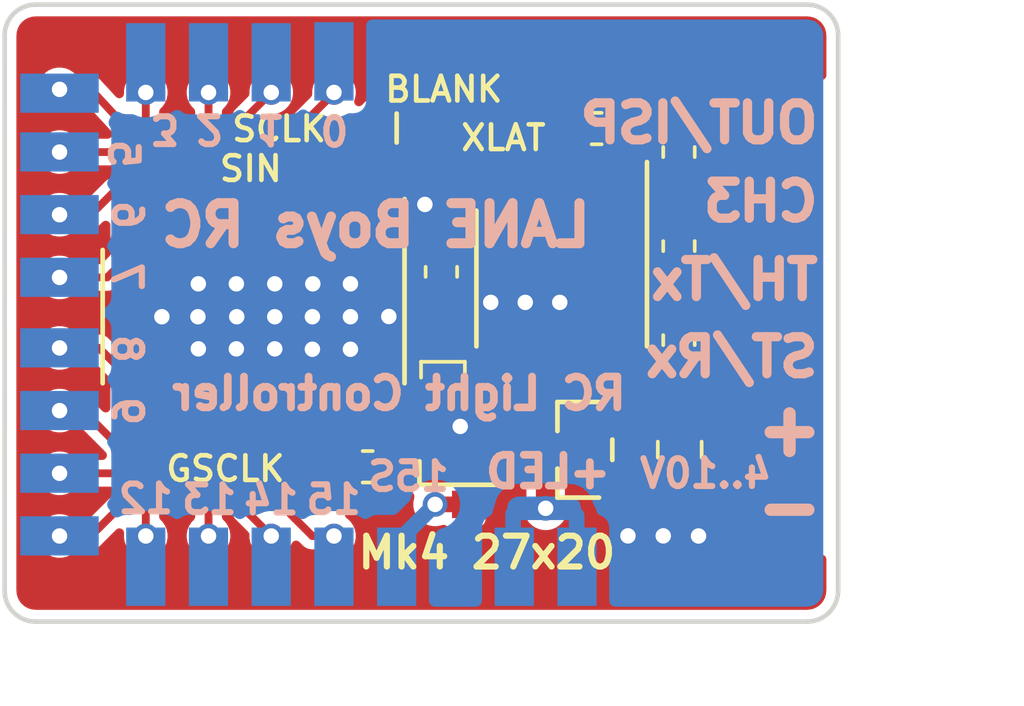
<source format=kicad_pcb>
(kicad_pcb (version 20171130) (host pcbnew 5.1.9-73d0e3b20d~88~ubuntu18.04.1)

  (general
    (thickness 0.8)
    (drawings 72)
    (tracks 243)
    (zones 0)
    (modules 42)
    (nets 42)
  )

  (page A4)
  (layers
    (0 Top signal)
    (31 Bottom signal)
    (32 B.Adhes user hide)
    (33 F.Adhes user hide)
    (34 B.Paste user hide)
    (35 F.Paste user)
    (36 B.SilkS user)
    (37 F.SilkS user)
    (38 B.Mask user)
    (39 F.Mask user)
    (40 Dwgs.User user hide)
    (41 Cmts.User user)
    (42 Eco1.User user hide)
    (43 Eco2.User user hide)
    (44 Edge.Cuts user)
    (45 Margin user hide)
    (46 B.CrtYd user hide)
    (47 F.CrtYd user hide)
    (48 B.Fab user hide)
    (49 F.Fab user hide)
  )

  (setup
    (last_trace_width 0.254)
    (user_trace_width 0.2032)
    (user_trace_width 0.381)
    (user_trace_width 0.508)
    (user_trace_width 0.635)
    (user_trace_width 0.762)
    (trace_clearance 0.1778)
    (zone_clearance 0.508)
    (zone_45_only no)
    (trace_min 0.2)
    (via_size 0.8)
    (via_drill 0.5)
    (via_min_size 0.4)
    (via_min_drill 0.3)
    (uvia_size 0.3)
    (uvia_drill 0.1)
    (uvias_allowed no)
    (uvia_min_size 0.2)
    (uvia_min_drill 0.1)
    (edge_width 0.15)
    (segment_width 0.2)
    (pcb_text_width 0.3)
    (pcb_text_size 1.5 1.5)
    (mod_edge_width 0.15)
    (mod_text_size 1 1)
    (mod_text_width 0.15)
    (pad_size 1.524 1.524)
    (pad_drill 0.762)
    (pad_to_mask_clearance 0)
    (aux_axis_origin 135 114)
    (grid_origin 135 114)
    (visible_elements 7FFFFF7F)
    (pcbplotparams
      (layerselection 0x010f8_ffffffff)
      (usegerberextensions false)
      (usegerberattributes false)
      (usegerberadvancedattributes false)
      (creategerberjobfile false)
      (excludeedgelayer true)
      (linewidth 0.100000)
      (plotframeref false)
      (viasonmask false)
      (mode 1)
      (useauxorigin false)
      (hpglpennumber 1)
      (hpglpenspeed 20)
      (hpglpendiameter 15.000000)
      (psnegative false)
      (psa4output false)
      (plotreference true)
      (plotvalue true)
      (plotinvisibletext false)
      (padsonsilk false)
      (subtractmaskfromsilk true)
      (outputformat 1)
      (mirror false)
      (drillshape 0)
      (scaleselection 1)
      (outputdirectory "gerber/"))
  )

  (net 0 "")
  (net 1 +3V3)
  (net 2 GND)
  (net 3 "Net-(R1-Pad2)")
  (net 4 /GSCLK)
  (net 5 "Net-(U2-Pad24)")
  (net 6 "Net-(U2-Pad23)")
  (net 7 /SIN)
  (net 8 /SCLK)
  (net 9 /XLAT)
  (net 10 /BLANK)
  (net 11 /VIN)
  (net 12 "Net-(PAD3-Pad1)")
  (net 13 "Net-(PAD5-Pad1)")
  (net 14 /ST/RX)
  (net 15 /TH/TX)
  (net 16 "Net-(U$2-Pad11)")
  (net 17 /OUT-SWITCHED)
  (net 18 "Net-(U$2-Pad8)")
  (net 19 "Net-(U$2-Pad7)")
  (net 20 /OUT/ISP)
  (net 21 /CH3)
  (net 22 "Net-(PAD6-Pad1)")
  (net 23 "Net-(U$2-Pad3)")
  (net 24 "Net-(OUT0-Pad1)")
  (net 25 "Net-(OUT1-Pad1)")
  (net 26 "Net-(OUT2-Pad1)")
  (net 27 "Net-(OUT3-Pad1)")
  (net 28 "Net-(OUT4-Pad1)")
  (net 29 "Net-(OUT5-Pad1)")
  (net 30 "Net-(OUT6-Pad1)")
  (net 31 "Net-(OUT7-Pad1)")
  (net 32 "Net-(OUT8-Pad1)")
  (net 33 "Net-(OUT9-Pad1)")
  (net 34 "Net-(OUT10-Pad1)")
  (net 35 "Net-(OUT11-Pad1)")
  (net 36 "Net-(OUT12-Pad1)")
  (net 37 "Net-(OUT13-Pad1)")
  (net 38 "Net-(OUT14-Pad1)")
  (net 39 "Net-(OUT15-Pad1)")
  (net 40 "Net-(OUT15S1-Pad1)")
  (net 41 "Net-(PAD4-Pad1)")

  (net_class Default "This is the default net class."
    (clearance 0.1778)
    (trace_width 0.254)
    (via_dia 0.8)
    (via_drill 0.5)
    (uvia_dia 0.3)
    (uvia_drill 0.1)
    (diff_pair_width 0.2032)
    (diff_pair_gap 0.254)
    (add_net +3V3)
    (add_net /BLANK)
    (add_net /CH3)
    (add_net /GSCLK)
    (add_net /OUT-SWITCHED)
    (add_net /OUT/ISP)
    (add_net /SCLK)
    (add_net /SIN)
    (add_net /ST/RX)
    (add_net /TH/TX)
    (add_net /VIN)
    (add_net /XLAT)
    (add_net GND)
    (add_net "Net-(OUT0-Pad1)")
    (add_net "Net-(OUT1-Pad1)")
    (add_net "Net-(OUT10-Pad1)")
    (add_net "Net-(OUT11-Pad1)")
    (add_net "Net-(OUT12-Pad1)")
    (add_net "Net-(OUT13-Pad1)")
    (add_net "Net-(OUT14-Pad1)")
    (add_net "Net-(OUT15-Pad1)")
    (add_net "Net-(OUT15S1-Pad1)")
    (add_net "Net-(OUT2-Pad1)")
    (add_net "Net-(OUT3-Pad1)")
    (add_net "Net-(OUT4-Pad1)")
    (add_net "Net-(OUT5-Pad1)")
    (add_net "Net-(OUT6-Pad1)")
    (add_net "Net-(OUT7-Pad1)")
    (add_net "Net-(OUT8-Pad1)")
    (add_net "Net-(OUT9-Pad1)")
    (add_net "Net-(PAD3-Pad1)")
    (add_net "Net-(PAD4-Pad1)")
    (add_net "Net-(PAD5-Pad1)")
    (add_net "Net-(PAD6-Pad1)")
    (add_net "Net-(R1-Pad2)")
    (add_net "Net-(U$2-Pad11)")
    (add_net "Net-(U$2-Pad3)")
    (add_net "Net-(U$2-Pad7)")
    (add_net "Net-(U$2-Pad8)")
    (add_net "Net-(U2-Pad23)")
    (add_net "Net-(U2-Pad24)")
  )

  (module Package_SO:TSSOP-16_4.4x5mm_P0.65mm (layer Top) (tedit 5EE46882) (tstamp 5CB827E2)
    (at 153.0086 103.8781 270)
    (descr "16-Lead Plastic Thin Shrink Small Outline (ST)-4.4 mm Body [TSSOP] (see Microchip Packaging Specification 00000049BS.pdf)")
    (tags "SSOP 0.65")
    (path /563110E3)
    (solder_paste_margin -0.0127)
    (attr smd)
    (fp_text reference U$2 (at 0 -3.55 270) (layer F.SilkS) hide
      (effects (font (size 1 1) (thickness 0.15)))
    )
    (fp_text value LPC812 (at 0 0) (layer F.Fab)
      (effects (font (size 0.8 0.8) (thickness 0.2)))
    )
    (fp_line (start -1.2 -2.5) (end 2.2 -2.5) (layer F.Fab) (width 0.15))
    (fp_line (start 2.2 -2.5) (end 2.2 2.5) (layer F.Fab) (width 0.15))
    (fp_line (start 2.2 2.5) (end -2.2 2.5) (layer F.Fab) (width 0.15))
    (fp_line (start -2.2 2.5) (end -2.2 -1.5) (layer F.Fab) (width 0.15))
    (fp_line (start -2.2 -1.5) (end -1.2 -2.5) (layer F.Fab) (width 0.15))
    (fp_line (start -3.95 -2.9) (end -3.95 2.8) (layer F.CrtYd) (width 0.05))
    (fp_line (start 3.95 -2.9) (end 3.95 2.8) (layer F.CrtYd) (width 0.05))
    (fp_line (start -3.95 -2.9) (end 3.95 -2.9) (layer F.CrtYd) (width 0.05))
    (fp_line (start -3.95 2.8) (end 3.95 2.8) (layer F.CrtYd) (width 0.05))
    (fp_line (start -2.2 2.725) (end 2.2 2.725) (layer F.SilkS) (width 0.15))
    (fp_line (start -3.775 -2.8) (end 2.2 -2.8) (layer F.SilkS) (width 0.15))
    (fp_text user %R (at 0 0 270) (layer F.Fab) hide
      (effects (font (size 0.8 0.8) (thickness 0.15)))
    )
    (pad 1 smd rect (at -2.95 -2.275 270) (size 1.5 0.3556) (layers Top F.Paste F.Mask)
      (net 21 /CH3))
    (pad 2 smd rect (at -2.95 -1.625 270) (size 1.5 0.3556) (layers Top F.Paste F.Mask)
      (net 20 /OUT/ISP))
    (pad 3 smd rect (at -2.95 -0.975 270) (size 1.5 0.3556) (layers Top F.Paste F.Mask)
      (net 23 "Net-(U$2-Pad3)"))
    (pad 4 smd rect (at -2.95 -0.325 270) (size 1.5 0.3556) (layers Top F.Paste F.Mask)
      (net 15 /TH/TX))
    (pad 5 smd rect (at -2.95 0.325 270) (size 1.5 0.3556) (layers Top F.Paste F.Mask)
      (net 9 /XLAT))
    (pad 6 smd rect (at -2.95 0.975 270) (size 1.5 0.3556) (layers Top F.Paste F.Mask)
      (net 8 /SCLK))
    (pad 7 smd rect (at -2.95 1.625 270) (size 1.5 0.3556) (layers Top F.Paste F.Mask)
      (net 19 "Net-(U$2-Pad7)"))
    (pad 8 smd rect (at -2.95 2.275 270) (size 1.5 0.3556) (layers Top F.Paste F.Mask)
      (net 18 "Net-(U$2-Pad8)"))
    (pad 9 smd rect (at 2.95 2.275 270) (size 1.5 0.3556) (layers Top F.Paste F.Mask)
      (net 4 /GSCLK))
    (pad 10 smd rect (at 2.95 1.625 270) (size 1.5 0.3556) (layers Top F.Paste F.Mask)
      (net 17 /OUT-SWITCHED))
    (pad 11 smd rect (at 2.95 0.975 270) (size 1.5 0.3556) (layers Top F.Paste F.Mask)
      (net 16 "Net-(U$2-Pad11)"))
    (pad 12 smd rect (at 2.95 0.325 270) (size 1.5 0.3556) (layers Top F.Paste F.Mask)
      (net 1 +3V3))
    (pad 13 smd rect (at 2.95 -0.325 270) (size 1.5 0.3556) (layers Top F.Paste F.Mask)
      (net 2 GND))
    (pad 14 smd rect (at 2.95 -0.975 270) (size 1.5 0.3556) (layers Top F.Paste F.Mask)
      (net 7 /SIN))
    (pad 15 smd rect (at 2.95 -1.625 270) (size 1.5 0.3556) (layers Top F.Paste F.Mask)
      (net 10 /BLANK))
    (pad 16 smd rect (at 2.95 -2.275 270) (size 1.5 0.3556) (layers Top F.Paste F.Mask)
      (net 14 /ST/RX))
    (model ${KISYS3DMOD}/Package_SO.3dshapes/TSSOP-16_4.4x5mm_P0.65mm.wrl
      (at (xyz 0 0 0))
      (scale (xyz 1 1 1))
      (rotate (xyz 0 0 0))
    )
  )

  (module rc-light-controller-tlc5940-lpc812:SOT-23 (layer Top) (tedit 5CD16A06) (tstamp 5C81BCC1)
    (at 149.86 110.1852)
    (descr "<b>Small Outline Transistor</b>")
    (path /8692C711)
    (fp_text reference T1 (at -1.397 -3.302) (layer F.SilkS) hide
      (effects (font (size 1.2065 1.2065) (thickness 0.127)) (justify left bottom))
    )
    (fp_text value NMOSSOT23 (at -5.7668 5.161 90) (layer F.Fab) hide
      (effects (font (size 1.2065 1.2065) (thickness 0.127)) (justify left bottom))
    )
    (fp_poly (pts (xy -0.1778 0.9398) (xy 0.2032 0.9398) (xy 0.2032 0.4318) (xy -0.1778 0.4318)) (layer F.Fab) (width 0))
    (fp_poly (pts (xy -1.143 -0.4318) (xy -0.762 -0.4318) (xy -0.762 -0.9398) (xy -1.143 -0.9398)) (layer F.Fab) (width 0))
    (fp_poly (pts (xy 0.7874 -0.4318) (xy 1.1684 -0.4318) (xy 1.1684 -0.9398) (xy 0.7874 -0.9398)) (layer F.Fab) (width 0))
    (fp_line (start -1.4224 0.381) (end -1.4224 -0.381) (layer F.SilkS) (width 0.1524))
    (fp_line (start 1.4732 0.381) (end -1.4224 0.381) (layer F.SilkS) (width 0.1524))
    (fp_line (start 1.4732 -0.381) (end 1.4732 0.381) (layer F.SilkS) (width 0.1524))
    (pad 1 smd rect (at 0.0254 1.016) (size 0.7874 0.889) (layers Top F.Paste F.Mask)
      (net 40 "Net-(OUT15S1-Pad1)") (solder_mask_margin 0.0508))
    (pad 2 smd rect (at -0.9398 -1.016) (size 0.7874 0.889) (layers Top F.Paste F.Mask)
      (net 2 GND) (solder_mask_margin 0.0508))
    (pad 3 smd rect (at 0.9906 -1.016) (size 0.7874 0.889) (layers Top F.Paste F.Mask)
      (net 17 /OUT-SWITCHED) (solder_mask_margin 0.0508))
    (model ${KISYS3DMOD}/Package_TO_SOT_SMD.3dshapes/SOT-23.step
      (at (xyz 0 0 0))
      (scale (xyz 1 1 1))
      (rotate (xyz 0 0 90))
    )
  )

  (module rc-light-controller-tlc5940-lpc812:SOP65P640X120-29N (layer Top) (tedit 5CD12D38) (tstamp 5C82FD92)
    (at 143.1291 105.1136 270)
    (path /840783A6)
    (solder_paste_margin -0.0127)
    (fp_text reference U2 (at -3.4544 -5.715 270) (layer F.SilkS) hide
      (effects (font (size 1.97866 1.97866) (thickness 0.197866)) (justify left bottom))
    )
    (fp_text value TLC5940PWP (at 0.3012 4.0397) (layer F.Fab)
      (effects (font (size 0.8 0.8) (thickness 0.2)) (justify left bottom))
    )
    (fp_line (start -2.2606 -4.9022) (end -2.2606 4.9022) (layer F.Fab) (width 0.1))
    (fp_line (start -0.3048 -4.9022) (end -2.2606 -4.9022) (layer F.Fab) (width 0.1))
    (fp_line (start 0.3048 -4.9022) (end -0.3048 -4.9022) (layer F.Fab) (width 0.1))
    (fp_line (start 2.2606 -4.9022) (end 0.3048 -4.9022) (layer F.Fab) (width 0.1))
    (fp_line (start 2.2606 4.9022) (end 2.2606 -4.9022) (layer F.Fab) (width 0.1))
    (fp_line (start -2.2606 4.9022) (end 2.2606 4.9022) (layer F.Fab) (width 0.1))
    (fp_line (start 3.302 -4.3688) (end 2.2606 -4.3688) (layer F.Fab) (width 0.1))
    (fp_line (start 3.302 -4.064) (end 3.302 -4.3688) (layer F.Fab) (width 0.1))
    (fp_line (start 2.2606 -4.064) (end 3.302 -4.064) (layer F.Fab) (width 0.1))
    (fp_line (start 2.2606 -4.3688) (end 2.2606 -4.064) (layer F.Fab) (width 0.1))
    (fp_line (start 3.302 -3.7338) (end 2.2606 -3.7338) (layer F.Fab) (width 0.1))
    (fp_line (start 3.302 -3.429) (end 3.302 -3.7338) (layer F.Fab) (width 0.1))
    (fp_line (start 2.2606 -3.429) (end 3.302 -3.429) (layer F.Fab) (width 0.1))
    (fp_line (start 2.2606 -3.7338) (end 2.2606 -3.429) (layer F.Fab) (width 0.1))
    (fp_line (start 3.302 -3.0734) (end 2.2606 -3.0734) (layer F.Fab) (width 0.1))
    (fp_line (start 3.302 -2.7686) (end 3.302 -3.0734) (layer F.Fab) (width 0.1))
    (fp_line (start 2.2606 -2.7686) (end 3.302 -2.7686) (layer F.Fab) (width 0.1))
    (fp_line (start 2.2606 -3.0734) (end 2.2606 -2.7686) (layer F.Fab) (width 0.1))
    (fp_line (start 3.302 -2.413) (end 2.2606 -2.413) (layer F.Fab) (width 0.1))
    (fp_line (start 3.302 -2.1336) (end 3.302 -2.413) (layer F.Fab) (width 0.1))
    (fp_line (start 2.2606 -2.1336) (end 3.302 -2.1336) (layer F.Fab) (width 0.1))
    (fp_line (start 2.2606 -2.413) (end 2.2606 -2.1336) (layer F.Fab) (width 0.1))
    (fp_line (start 3.302 -1.778) (end 2.2606 -1.778) (layer F.Fab) (width 0.1))
    (fp_line (start 3.302 -1.4732) (end 3.302 -1.778) (layer F.Fab) (width 0.1))
    (fp_line (start 2.2606 -1.4732) (end 3.302 -1.4732) (layer F.Fab) (width 0.1))
    (fp_line (start 2.2606 -1.778) (end 2.2606 -1.4732) (layer F.Fab) (width 0.1))
    (fp_line (start 3.302 -1.1176) (end 2.2606 -1.1176) (layer F.Fab) (width 0.1))
    (fp_line (start 3.302 -0.8128) (end 3.302 -1.1176) (layer F.Fab) (width 0.1))
    (fp_line (start 2.2606 -0.8128) (end 3.302 -0.8128) (layer F.Fab) (width 0.1))
    (fp_line (start 2.2606 -1.1176) (end 2.2606 -0.8128) (layer F.Fab) (width 0.1))
    (fp_line (start 3.302 -0.4826) (end 2.2606 -0.4826) (layer F.Fab) (width 0.1))
    (fp_line (start 3.302 -0.1778) (end 3.302 -0.4826) (layer F.Fab) (width 0.1))
    (fp_line (start 2.2606 -0.1778) (end 3.302 -0.1778) (layer F.Fab) (width 0.1))
    (fp_line (start 2.2606 -0.4826) (end 2.2606 -0.1778) (layer F.Fab) (width 0.1))
    (fp_line (start 3.302 0.1778) (end 2.2606 0.1778) (layer F.Fab) (width 0.1))
    (fp_line (start 3.302 0.4826) (end 3.302 0.1778) (layer F.Fab) (width 0.1))
    (fp_line (start 2.2606 0.4826) (end 3.302 0.4826) (layer F.Fab) (width 0.1))
    (fp_line (start 2.2606 0.1778) (end 2.2606 0.4826) (layer F.Fab) (width 0.1))
    (fp_line (start 3.302 0.8128) (end 2.2606 0.8128) (layer F.Fab) (width 0.1))
    (fp_line (start 3.302 1.1176) (end 3.302 0.8128) (layer F.Fab) (width 0.1))
    (fp_line (start 2.2606 1.1176) (end 3.302 1.1176) (layer F.Fab) (width 0.1))
    (fp_line (start 2.2606 0.8128) (end 2.2606 1.1176) (layer F.Fab) (width 0.1))
    (fp_line (start 3.302 1.4732) (end 2.2606 1.4732) (layer F.Fab) (width 0.1))
    (fp_line (start 3.302 1.778) (end 3.302 1.4732) (layer F.Fab) (width 0.1))
    (fp_line (start 2.2606 1.778) (end 3.302 1.778) (layer F.Fab) (width 0.1))
    (fp_line (start 2.2606 1.4732) (end 2.2606 1.778) (layer F.Fab) (width 0.1))
    (fp_line (start 3.302 2.1336) (end 2.2606 2.1336) (layer F.Fab) (width 0.1))
    (fp_line (start 3.302 2.413) (end 3.302 2.1336) (layer F.Fab) (width 0.1))
    (fp_line (start 2.2606 2.413) (end 3.302 2.413) (layer F.Fab) (width 0.1))
    (fp_line (start 2.2606 2.1336) (end 2.2606 2.413) (layer F.Fab) (width 0.1))
    (fp_line (start 3.302 2.7686) (end 2.2606 2.7686) (layer F.Fab) (width 0.1))
    (fp_line (start 3.302 3.0734) (end 3.302 2.7686) (layer F.Fab) (width 0.1))
    (fp_line (start 2.2606 3.0734) (end 3.302 3.0734) (layer F.Fab) (width 0.1))
    (fp_line (start 2.2606 2.7686) (end 2.2606 3.0734) (layer F.Fab) (width 0.1))
    (fp_line (start 3.302 3.429) (end 2.2606 3.429) (layer F.Fab) (width 0.1))
    (fp_line (start 3.302 3.7338) (end 3.302 3.429) (layer F.Fab) (width 0.1))
    (fp_line (start 2.2606 3.7338) (end 3.302 3.7338) (layer F.Fab) (width 0.1))
    (fp_line (start 2.2606 3.429) (end 2.2606 3.7338) (layer F.Fab) (width 0.1))
    (fp_line (start 3.302 4.064) (end 2.2606 4.064) (layer F.Fab) (width 0.1))
    (fp_line (start 3.302 4.3688) (end 3.302 4.064) (layer F.Fab) (width 0.1))
    (fp_line (start 2.2606 4.3688) (end 3.302 4.3688) (layer F.Fab) (width 0.1))
    (fp_line (start 2.2606 4.064) (end 2.2606 4.3688) (layer F.Fab) (width 0.1))
    (fp_line (start -3.302 4.3688) (end -2.2606 4.3688) (layer F.Fab) (width 0.1))
    (fp_line (start -3.302 4.064) (end -3.302 4.3688) (layer F.Fab) (width 0.1))
    (fp_line (start -2.2606 4.064) (end -3.302 4.064) (layer F.Fab) (width 0.1))
    (fp_line (start -2.2606 4.3688) (end -2.2606 4.064) (layer F.Fab) (width 0.1))
    (fp_line (start -3.302 3.7338) (end -2.2606 3.7338) (layer F.Fab) (width 0.1))
    (fp_line (start -3.302 3.429) (end -3.302 3.7338) (layer F.Fab) (width 0.1))
    (fp_line (start -2.2606 3.429) (end -3.302 3.429) (layer F.Fab) (width 0.1))
    (fp_line (start -2.2606 3.7338) (end -2.2606 3.429) (layer F.Fab) (width 0.1))
    (fp_line (start -3.302 3.0734) (end -2.2606 3.0734) (layer F.Fab) (width 0.1))
    (fp_line (start -3.302 2.7686) (end -3.302 3.0734) (layer F.Fab) (width 0.1))
    (fp_line (start -2.2606 2.7686) (end -3.302 2.7686) (layer F.Fab) (width 0.1))
    (fp_line (start -2.2606 3.0734) (end -2.2606 2.7686) (layer F.Fab) (width 0.1))
    (fp_line (start -3.302 2.413) (end -2.2606 2.413) (layer F.Fab) (width 0.1))
    (fp_line (start -3.302 2.1336) (end -3.302 2.413) (layer F.Fab) (width 0.1))
    (fp_line (start -2.2606 2.1336) (end -3.302 2.1336) (layer F.Fab) (width 0.1))
    (fp_line (start -2.2606 2.413) (end -2.2606 2.1336) (layer F.Fab) (width 0.1))
    (fp_line (start -3.302 1.778) (end -2.2606 1.778) (layer F.Fab) (width 0.1))
    (fp_line (start -3.302 1.4732) (end -3.302 1.778) (layer F.Fab) (width 0.1))
    (fp_line (start -2.2606 1.4732) (end -3.302 1.4732) (layer F.Fab) (width 0.1))
    (fp_line (start -2.2606 1.778) (end -2.2606 1.4732) (layer F.Fab) (width 0.1))
    (fp_line (start -3.302 1.1176) (end -2.2606 1.1176) (layer F.Fab) (width 0.1))
    (fp_line (start -3.302 0.8128) (end -3.302 1.1176) (layer F.Fab) (width 0.1))
    (fp_line (start -2.2606 0.8128) (end -3.302 0.8128) (layer F.Fab) (width 0.1))
    (fp_line (start -2.2606 1.1176) (end -2.2606 0.8128) (layer F.Fab) (width 0.1))
    (fp_line (start -3.302 0.4826) (end -2.2606 0.4826) (layer F.Fab) (width 0.1))
    (fp_line (start -3.302 0.1778) (end -3.302 0.4826) (layer F.Fab) (width 0.1))
    (fp_line (start -2.2606 0.1778) (end -3.302 0.1778) (layer F.Fab) (width 0.1))
    (fp_line (start -2.2606 0.4826) (end -2.2606 0.1778) (layer F.Fab) (width 0.1))
    (fp_line (start -3.302 -0.1778) (end -2.2606 -0.1778) (layer F.Fab) (width 0.1))
    (fp_line (start -3.302 -0.4826) (end -3.302 -0.1778) (layer F.Fab) (width 0.1))
    (fp_line (start -2.2606 -0.4826) (end -3.302 -0.4826) (layer F.Fab) (width 0.1))
    (fp_line (start -2.2606 -0.1778) (end -2.2606 -0.4826) (layer F.Fab) (width 0.1))
    (fp_line (start -3.302 -0.8128) (end -2.2606 -0.8128) (layer F.Fab) (width 0.1))
    (fp_line (start -3.302 -1.1176) (end -3.302 -0.8128) (layer F.Fab) (width 0.1))
    (fp_line (start -2.2606 -1.1176) (end -3.302 -1.1176) (layer F.Fab) (width 0.1))
    (fp_line (start -2.2606 -0.8128) (end -2.2606 -1.1176) (layer F.Fab) (width 0.1))
    (fp_line (start -3.302 -1.4732) (end -2.2606 -1.4732) (layer F.Fab) (width 0.1))
    (fp_line (start -3.302 -1.778) (end -3.302 -1.4732) (layer F.Fab) (width 0.1))
    (fp_line (start -2.2606 -1.778) (end -3.302 -1.778) (layer F.Fab) (width 0.1))
    (fp_line (start -2.2606 -1.4732) (end -2.2606 -1.778) (layer F.Fab) (width 0.1))
    (fp_line (start -3.302 -2.1336) (end -2.2606 -2.1336) (layer F.Fab) (width 0.1))
    (fp_line (start -3.302 -2.413) (end -3.302 -2.1336) (layer F.Fab) (width 0.1))
    (fp_line (start -2.2606 -2.413) (end -3.302 -2.413) (layer F.Fab) (width 0.1))
    (fp_line (start -2.2606 -2.1336) (end -2.2606 -2.413) (layer F.Fab) (width 0.1))
    (fp_line (start -3.302 -2.7686) (end -2.2606 -2.7686) (layer F.Fab) (width 0.1))
    (fp_line (start -3.302 -3.0734) (end -3.302 -2.7686) (layer F.Fab) (width 0.1))
    (fp_line (start -2.2606 -3.0734) (end -3.302 -3.0734) (layer F.Fab) (width 0.1))
    (fp_line (start -2.2606 -2.7686) (end -2.2606 -3.0734) (layer F.Fab) (width 0.1))
    (fp_line (start -3.302 -3.429) (end -2.2606 -3.429) (layer F.Fab) (width 0.1))
    (fp_line (start -3.302 -3.7338) (end -3.302 -3.429) (layer F.Fab) (width 0.1))
    (fp_line (start -2.2606 -3.7338) (end -3.302 -3.7338) (layer F.Fab) (width 0.1))
    (fp_line (start -2.2606 -3.429) (end -2.2606 -3.7338) (layer F.Fab) (width 0.1))
    (fp_line (start -3.302 -4.064) (end -2.2606 -4.064) (layer F.Fab) (width 0.1))
    (fp_line (start -3.302 -4.3688) (end -3.302 -4.064) (layer F.Fab) (width 0.1))
    (fp_line (start -2.2606 -4.3688) (end -3.302 -4.3688) (layer F.Fab) (width 0.1))
    (fp_line (start -2.2606 -4.064) (end -2.2606 -4.3688) (layer F.Fab) (width 0.1))
    (fp_line (start 2.159 -4.826) (end -3.81 -4.826) (layer F.SilkS) (width 0.1524))
    (fp_line (start -2.159 4.953) (end 2.159 4.953) (layer F.SilkS) (width 0.1524))
    (fp_poly (pts (xy 0.254 -2.921) (xy 0.889 -2.921) (xy 0.889 -2.286) (xy 0.254 -2.286)) (layer F.Mask) (width 0.15))
    (fp_poly (pts (xy 0.254 -1.635125) (xy 0.889 -1.635125) (xy 0.889 -1.000125) (xy 0.254 -1.000125)) (layer F.Mask) (width 0.15))
    (fp_poly (pts (xy 0.254 -0.34925) (xy 0.889 -0.34925) (xy 0.889 0.28575) (xy 0.254 0.28575)) (layer F.Mask) (width 0.15))
    (fp_poly (pts (xy 0.254 0.936625) (xy 0.889 0.936625) (xy 0.889 1.571625) (xy 0.254 1.571625)) (layer F.Mask) (width 0.15))
    (fp_poly (pts (xy 0.254 2.2225) (xy 0.889 2.2225) (xy 0.889 2.8575) (xy 0.254 2.8575)) (layer F.Mask) (width 0.15))
    (fp_poly (pts (xy -0.889 0.936625) (xy -0.254 0.936625) (xy -0.254 1.571625) (xy -0.889 1.571625)) (layer F.Mask) (width 0.15))
    (fp_poly (pts (xy -0.889 -2.921) (xy -0.254 -2.921) (xy -0.254 -2.286) (xy -0.889 -2.286)) (layer F.Mask) (width 0.15))
    (fp_poly (pts (xy -0.889 2.2225) (xy -0.254 2.2225) (xy -0.254 2.8575) (xy -0.889 2.8575)) (layer F.Mask) (width 0.15))
    (fp_poly (pts (xy -0.889 -1.635125) (xy -0.254 -1.635125) (xy -0.254 -1.000125) (xy -0.889 -1.000125)) (layer F.Mask) (width 0.15))
    (fp_poly (pts (xy -0.889 -0.34925) (xy -0.254 -0.34925) (xy -0.254 0.28575) (xy -0.889 0.28575)) (layer F.Mask) (width 0.15))
    (fp_poly (pts (xy -0.889 -2.794) (xy -0.254 -2.794) (xy -0.254 -2.159) (xy -0.889 -2.159)) (layer F.Paste) (width 0.15))
    (fp_poly (pts (xy -0.889 -1.55575) (xy -0.254 -1.55575) (xy -0.254 -0.92075) (xy -0.889 -0.92075)) (layer F.Paste) (width 0.15))
    (fp_poly (pts (xy -0.889 -0.3175) (xy -0.254 -0.3175) (xy -0.254 0.3175) (xy -0.889 0.3175)) (layer F.Paste) (width 0.15))
    (fp_poly (pts (xy -0.889 0.92075) (xy -0.254 0.92075) (xy -0.254 1.55575) (xy -0.889 1.55575)) (layer F.Paste) (width 0.15))
    (fp_poly (pts (xy -0.889 2.159) (xy -0.254 2.159) (xy -0.254 2.794) (xy -0.889 2.794)) (layer F.Paste) (width 0.15))
    (fp_poly (pts (xy 0.254 -2.794) (xy 0.889 -2.794) (xy 0.889 -2.159) (xy 0.254 -2.159)) (layer F.Paste) (width 0.15))
    (fp_poly (pts (xy 0.254 -1.55575) (xy 0.889 -1.55575) (xy 0.889 -0.92075) (xy 0.254 -0.92075)) (layer F.Paste) (width 0.15))
    (fp_poly (pts (xy 0.254 -0.3175) (xy 0.889 -0.3175) (xy 0.889 0.3175) (xy 0.254 0.3175)) (layer F.Paste) (width 0.15))
    (fp_poly (pts (xy 0.254 0.92075) (xy 0.889 0.92075) (xy 0.889 1.55575) (xy 0.254 1.55575)) (layer F.Paste) (width 0.15))
    (fp_poly (pts (xy 0.254 2.159) (xy 0.889 2.159) (xy 0.889 2.794) (xy 0.254 2.794)) (layer F.Paste) (width 0.15))
    (fp_text user * (at -3.7592 -4.445 270) (layer F.Fab)
      (effects (font (size 1.2065 1.2065) (thickness 0.0762)) (justify left bottom))
    )
    (fp_text user * (at -3.8946 -5.3466 270) (layer F.SilkS) hide
      (effects (font (size 1.2065 1.2065) (thickness 0.0762)) (justify left bottom))
    )
    (fp_arc (start 0 -4.9022) (end 0.3048 -4.9022) (angle 180) (layer F.Fab) (width 0.1))
    (pad 29 smd rect (at 0 0 270) (size 2.3876 6.1722) (layers Top F.Mask)
      (net 2 GND) (solder_mask_margin 0.0508) (zone_connect 2))
    (pad 28 smd rect (at 2.921 -4.2164 270) (size 1.4732 0.3556) (layers Top F.Paste F.Mask)
      (net 1 +3V3) (solder_mask_margin 0.0508))
    (pad 27 smd rect (at 2.921 -3.5814 270) (size 1.4732 0.3556) (layers Top F.Paste F.Mask)
      (net 3 "Net-(R1-Pad2)") (solder_mask_margin 0.0508))
    (pad 26 smd rect (at 2.921 -2.921 270) (size 1.4732 0.3556) (layers Top F.Paste F.Mask)
      (net 1 +3V3) (solder_mask_margin 0.0508))
    (pad 25 smd rect (at 2.921 -2.286 270) (size 1.4732 0.3556) (layers Top F.Paste F.Mask)
      (net 4 /GSCLK) (solder_mask_margin 0.0508))
    (pad 24 smd rect (at 2.921 -1.6256 270) (size 1.4732 0.3556) (layers Top F.Paste F.Mask)
      (net 5 "Net-(U2-Pad24)") (solder_mask_margin 0.0508))
    (pad 23 smd rect (at 2.921 -0.9652 270) (size 1.4732 0.3556) (layers Top F.Paste F.Mask)
      (net 6 "Net-(U2-Pad23)") (solder_mask_margin 0.0508))
    (pad 22 smd rect (at 2.921 -0.3302 270) (size 1.4732 0.3556) (layers Top F.Paste F.Mask)
      (net 39 "Net-(OUT15-Pad1)") (solder_mask_margin 0.0508))
    (pad 21 smd rect (at 2.921 0.3302 270) (size 1.4732 0.3556) (layers Top F.Paste F.Mask)
      (net 38 "Net-(OUT14-Pad1)") (solder_mask_margin 0.0508))
    (pad 20 smd rect (at 2.921 0.9652 270) (size 1.4732 0.3556) (layers Top F.Paste F.Mask)
      (net 37 "Net-(OUT13-Pad1)") (solder_mask_margin 0.0508))
    (pad 19 smd rect (at 2.921 1.6256 270) (size 1.4732 0.3556) (layers Top F.Paste F.Mask)
      (net 36 "Net-(OUT12-Pad1)") (solder_mask_margin 0.0508))
    (pad 18 smd rect (at 2.921 2.286 270) (size 1.4732 0.3556) (layers Top F.Paste F.Mask)
      (net 35 "Net-(OUT11-Pad1)") (solder_mask_margin 0.0508))
    (pad 17 smd rect (at 2.921 2.921 270) (size 1.4732 0.3556) (layers Top F.Paste F.Mask)
      (net 34 "Net-(OUT10-Pad1)") (solder_mask_margin 0.0508))
    (pad 16 smd rect (at 2.921 3.5814 270) (size 1.4732 0.3556) (layers Top F.Paste F.Mask)
      (net 33 "Net-(OUT9-Pad1)") (solder_mask_margin 0.0508))
    (pad 15 smd rect (at 2.921 4.2164 270) (size 1.4732 0.3556) (layers Top F.Paste F.Mask)
      (net 32 "Net-(OUT8-Pad1)") (solder_mask_margin 0.0508))
    (pad 14 smd rect (at -2.921 4.2164 270) (size 1.4732 0.3556) (layers Top F.Paste F.Mask)
      (net 31 "Net-(OUT7-Pad1)") (solder_mask_margin 0.0508))
    (pad 13 smd rect (at -2.921 3.5814 270) (size 1.4732 0.3556) (layers Top F.Paste F.Mask)
      (net 30 "Net-(OUT6-Pad1)") (solder_mask_margin 0.0508))
    (pad 12 smd rect (at -2.921 2.921 270) (size 1.4732 0.3556) (layers Top F.Paste F.Mask)
      (net 29 "Net-(OUT5-Pad1)") (solder_mask_margin 0.0508))
    (pad 11 smd rect (at -2.921 2.286 270) (size 1.4732 0.3556) (layers Top F.Paste F.Mask)
      (net 28 "Net-(OUT4-Pad1)") (solder_mask_margin 0.0508))
    (pad 10 smd rect (at -2.921 1.6256 270) (size 1.4732 0.3556) (layers Top F.Paste F.Mask)
      (net 27 "Net-(OUT3-Pad1)") (solder_mask_margin 0.0508))
    (pad 9 smd rect (at -2.921 0.9652 270) (size 1.4732 0.3556) (layers Top F.Paste F.Mask)
      (net 26 "Net-(OUT2-Pad1)") (solder_mask_margin 0.0508))
    (pad 8 smd rect (at -2.921 0.3302 270) (size 1.4732 0.3556) (layers Top F.Paste F.Mask)
      (net 25 "Net-(OUT1-Pad1)") (solder_mask_margin 0.0508))
    (pad 7 smd rect (at -2.921 -0.3302 270) (size 1.4732 0.3556) (layers Top F.Paste F.Mask)
      (net 24 "Net-(OUT0-Pad1)") (solder_mask_margin 0.0508))
    (pad 6 smd rect (at -2.921 -0.9652 270) (size 1.4732 0.3556) (layers Top F.Paste F.Mask)
      (net 1 +3V3) (solder_mask_margin 0.0508))
    (pad 5 smd rect (at -2.921 -1.6256 270) (size 1.4732 0.3556) (layers Top F.Paste F.Mask)
      (net 7 /SIN) (solder_mask_margin 0.0508))
    (pad 4 smd rect (at -2.921 -2.286 270) (size 1.4732 0.3556) (layers Top F.Paste F.Mask)
      (net 8 /SCLK) (solder_mask_margin 0.0508))
    (pad 3 smd rect (at -2.921 -2.921 270) (size 1.4732 0.3556) (layers Top F.Paste F.Mask)
      (net 9 /XLAT) (solder_mask_margin 0.0508))
    (pad 2 smd rect (at -2.921 -3.5814 270) (size 1.4732 0.3556) (layers Top F.Paste F.Mask)
      (net 10 /BLANK) (solder_mask_margin 0.0508))
    (pad 1 smd rect (at -2.921 -4.2164 270) (size 1.4732 0.3556) (layers Top F.Paste F.Mask)
      (net 2 GND) (solder_mask_margin 0.0508))
    (model ${KISYS3DMOD}/Package_SO.3dshapes/HTSSOP-28-1EP_4.4x9.7mm_P0.65mm_EP3.4x9.5mm.step
      (at (xyz 0 0 0))
      (scale (xyz 1 1 1))
      (rotate (xyz 0 0 0))
    )
  )

  (module Capacitor_SMD:C_0805_2012Metric (layer Top) (tedit 5CD12D21) (tstamp 5C81F495)
    (at 149.1996 106.8324 270)
    (descr "Capacitor SMD 0805 (2012 Metric), square (rectangular) end terminal, IPC_7351 nominal, (Body size source: https://docs.google.com/spreadsheets/d/1BsfQQcO9C6DZCsRaXUlFlo91Tg2WpOkGARC1WS5S8t0/edit?usp=sharing), generated with kicad-footprint-generator")
    (tags capacitor)
    (path /5C870864)
    (attr smd)
    (fp_text reference C2 (at 0 -1.65 270) (layer F.SilkS) hide
      (effects (font (size 1 1) (thickness 0.15)))
    )
    (fp_text value 47u/6V3 (at 0.1572 -3.3772) (layer F.Fab)
      (effects (font (size 0.8 0.8) (thickness 0.15)))
    )
    (fp_line (start -1 0.6) (end -1 -0.6) (layer F.Fab) (width 0.1))
    (fp_line (start -1 -0.6) (end 1 -0.6) (layer F.Fab) (width 0.1))
    (fp_line (start 1 -0.6) (end 1 0.6) (layer F.Fab) (width 0.1))
    (fp_line (start 1 0.6) (end -1 0.6) (layer F.Fab) (width 0.1))
    (fp_line (start -0.258578 -0.71) (end 0.258578 -0.71) (layer F.SilkS) (width 0.12))
    (fp_line (start -0.258578 0.71) (end 0.258578 0.71) (layer F.SilkS) (width 0.12))
    (fp_line (start -1.68 0.95) (end -1.68 -0.95) (layer F.CrtYd) (width 0.05))
    (fp_line (start -1.68 -0.95) (end 1.68 -0.95) (layer F.CrtYd) (width 0.05))
    (fp_line (start 1.68 -0.95) (end 1.68 0.95) (layer F.CrtYd) (width 0.05))
    (fp_line (start 1.68 0.95) (end -1.68 0.95) (layer F.CrtYd) (width 0.05))
    (fp_line (start -0.254 -0.7112) (end -0.254 0.7112) (layer F.SilkS) (width 0.12))
    (fp_text user %R (at 0 0 270) (layer F.Fab)
      (effects (font (size 0.5 0.5) (thickness 0.08)))
    )
    (pad 1 smd roundrect (at -0.9375 0 270) (size 0.975 1.4) (layers Top F.Paste F.Mask) (roundrect_rratio 0.25)
      (net 1 +3V3))
    (pad 2 smd roundrect (at 0.9375 0 270) (size 0.975 1.4) (layers Top F.Paste F.Mask) (roundrect_rratio 0.25)
      (net 2 GND))
    (model ${KISYS3DMOD}/Capacitor_SMD.3dshapes/C_0805_2012Metric.wrl
      (at (xyz 0 0 0))
      (scale (xyz 1 1 1))
      (rotate (xyz 0 0 0))
    )
  )

  (module rc-light-controller-tlc5940-lpc812:SOT95P300X145-3N (layer Top) (tedit 5C81BE4A) (tstamp 5C81BBC1)
    (at 153.7971 109.4316 90)
    (path /09B5DC2D)
    (fp_text reference U$1 (at -4.2418 -2.413 90) (layer F.SilkS) hide
      (effects (font (size 1.97866 1.97866) (thickness 0.197866)) (justify left bottom))
    )
    (fp_text value 3V3 (at -1.0378 0.4307 90) (layer F.Fab)
      (effects (font (size 0.77216 0.77216) (thickness 0.115824)) (justify left bottom))
    )
    (fp_line (start -1.5494 -0.889) (end -1.5494 0.4572) (layer F.SilkS) (width 0.1524))
    (fp_line (start 1.5494 -0.889) (end 0.6096 -0.889) (layer F.SilkS) (width 0.1524))
    (fp_line (start 1.5494 0.4572) (end 1.5494 -0.889) (layer F.SilkS) (width 0.1524))
    (fp_line (start -0.3302 0.889) (end 0.3302 0.889) (layer F.SilkS) (width 0.1524))
    (fp_line (start -0.6096 -0.889) (end -1.5494 -0.889) (layer F.SilkS) (width 0.1524))
    (fp_line (start -1.5494 -0.889) (end -1.5494 0.889) (layer F.Fab) (width 0.1524))
    (fp_line (start 1.5494 -0.889) (end -1.5494 -0.889) (layer F.Fab) (width 0.1524))
    (fp_line (start 1.5494 0.889) (end 1.5494 -0.889) (layer F.Fab) (width 0.1524))
    (fp_line (start -1.5494 0.889) (end 1.5494 0.889) (layer F.Fab) (width 0.1524))
    (fp_line (start -0.254 -1.4986) (end -0.254 -0.889) (layer F.Fab) (width 0.1524))
    (fp_line (start 0.254 -1.4986) (end -0.254 -1.4986) (layer F.Fab) (width 0.1524))
    (fp_line (start 0.254 -0.889) (end 0.254 -1.4986) (layer F.Fab) (width 0.1524))
    (fp_line (start -0.254 -0.889) (end 0.254 -0.889) (layer F.Fab) (width 0.1524))
    (fp_line (start 1.1938 1.4986) (end 1.1938 0.889) (layer F.Fab) (width 0.1524))
    (fp_line (start 0.6858 1.4986) (end 1.1938 1.4986) (layer F.Fab) (width 0.1524))
    (fp_line (start 0.6858 0.889) (end 0.6858 1.4986) (layer F.Fab) (width 0.1524))
    (fp_line (start 1.1938 0.889) (end 0.6858 0.889) (layer F.Fab) (width 0.1524))
    (fp_line (start -0.6858 1.4986) (end -0.6858 0.889) (layer F.Fab) (width 0.1524))
    (fp_line (start -1.1938 1.4986) (end -0.6858 1.4986) (layer F.Fab) (width 0.1524))
    (fp_line (start -1.1938 0.889) (end -1.1938 1.4986) (layer F.Fab) (width 0.1524))
    (fp_line (start -0.6858 0.889) (end -1.1938 0.889) (layer F.Fab) (width 0.1524))
    (pad 3 smd rect (at 0 -1.1938 90) (size 0.5588 1.3208) (layers Top F.Paste F.Mask)
      (net 11 /VIN) (solder_mask_margin 0.0508))
    (pad 2 smd rect (at 0.9398 1.1938 90) (size 0.5588 1.3208) (layers Top F.Paste F.Mask)
      (net 1 +3V3) (solder_mask_margin 0.0508))
    (pad 1 smd rect (at -0.9398 1.1938 90) (size 0.5588 1.3208) (layers Top F.Paste F.Mask)
      (net 2 GND) (solder_mask_margin 0.0508))
    (model ${KISYS3DMOD}/Package_TO_SOT_SMD.3dshapes/SOT-23W.step
      (at (xyz 0 0 0))
      (scale (xyz 1 1 1))
      (rotate (xyz 0 0 -90))
    )
  )

  (module rc-light-controller-tlc5940-lpc812:SMD80X120 (layer Top) (tedit 5CD12C42) (tstamp 5C81BBDC)
    (at 159.8931 108.9236 90)
    (descr "<b>SMD PAD</b>")
    (path /1C475C6D)
    (fp_text reference PAD1 (at -1.27 1.524) (layer F.SilkS) hide
      (effects (font (size 0.77216 0.77216) (thickness 0.115824)) (justify right top))
    )
    (fp_text value + (at 2.032 1.524 180) (layer F.Fab) hide
      (effects (font (size 1.6891 1.6891) (thickness 0.253365)) (justify right top))
    )
    (pad 1 smd rect (at 0 0 90) (size 2.032 3.048) (layers Top F.Mask)
      (net 11 /VIN) (solder_mask_margin 0.0508))
  )

  (module rc-light-controller-tlc5940-lpc812:SMD80X120 (layer Top) (tedit 5CD12C45) (tstamp 5C81BBE0)
    (at 159.8931 111.4636 90)
    (descr "<b>SMD PAD</b>")
    (path /A0CD53A2)
    (fp_text reference PAD2 (at -1.27 1.524) (layer F.SilkS) hide
      (effects (font (size 0.77216 0.77216) (thickness 0.115824)) (justify right top))
    )
    (fp_text value - (at 2.032 1.524 180) (layer F.Fab) hide
      (effects (font (size 1.59258 1.59258) (thickness 0.238887)) (justify right top))
    )
    (pad 1 smd rect (at 0 0 90) (size 2.032 3.048) (layers Top F.Mask)
      (net 2 GND) (solder_mask_margin 0.0508))
  )

  (module rc-light-controller-tlc5940-lpc812:SMD80X120 (layer Top) (tedit 5CD12C3B) (tstamp 5C81BBE4)
    (at 159.8931 106.3836 90)
    (descr "<b>SMD PAD</b>")
    (path /1CFA7EBC)
    (fp_text reference PAD3 (at -1.27 1.524) (layer F.SilkS) hide
      (effects (font (size 0.77216 0.77216) (thickness 0.115824)) (justify right top))
    )
    (fp_text value ST/Rx (at 2.032 1.524 180) (layer F.Fab) hide
      (effects (font (size 1.08585 1.08585) (thickness 0.162877)) (justify right top))
    )
    (pad 1 smd rect (at 0 0 90) (size 2.032 3.048) (layers Top F.Mask)
      (net 12 "Net-(PAD3-Pad1)") (solder_mask_margin 0.0508))
  )

  (module rc-light-controller-tlc5940-lpc812:SMD80X120 (layer Top) (tedit 5CD12C3F) (tstamp 5C81BBE8)
    (at 159.892 101.3 90)
    (descr "<b>SMD PAD</b>")
    (path /411DFD1A)
    (fp_text reference PAD5 (at -1.27 1.524) (layer F.SilkS) hide
      (effects (font (size 0.77216 0.77216) (thickness 0.115824)) (justify right top))
    )
    (fp_text value CH3 (at 2.032 1.524 180) (layer F.Fab) hide
      (effects (font (size 1.08585 1.08585) (thickness 0.162877)) (justify right top))
    )
    (pad 1 smd rect (at 0 0 90) (size 2.032 3.048) (layers Top F.Mask)
      (net 13 "Net-(PAD5-Pad1)") (solder_mask_margin 0.0508))
  )

  (module rc-light-controller-tlc5940-lpc812:SMD80X120 (layer Top) (tedit 5CD12D2C) (tstamp 5C81BC8E)
    (at 159.892 98.76 90)
    (descr "<b>SMD PAD</b>")
    (path /6D080C98)
    (fp_text reference PAD6 (at -1.27 1.524) (layer F.SilkS) hide
      (effects (font (size 0.77216 0.77216) (thickness 0.115824)) (justify right top))
    )
    (fp_text value OUT/ISP (at 2.032 1.524 180) (layer F.Fab) hide
      (effects (font (size 1.08585 1.08585) (thickness 0.162877)) (justify right top))
    )
    (pad 1 smd rect (at 0 0 90) (size 2.032 3.048) (layers Top F.Mask)
      (net 22 "Net-(PAD6-Pad1)") (solder_mask_margin 0.0508))
  )

  (module rc-light-controller-tlc5940-lpc812:TP10R (layer Top) (tedit 5C81BE32) (tstamp 5C81BCAE)
    (at 146.176 99.268)
    (descr "<b>TEST PAD</b>")
    (path /9469FDAA)
    (fp_text reference TP1 (at -0.5001 -0.5499) (layer F.SilkS) hide
      (effects (font (size 1.2065 1.2065) (thickness 0.09652)) (justify left bottom))
    )
    (fp_text value SWDIO (at -0.381 0.508) (layer F.Fab) hide
      (effects (font (size 0.02413 0.02413) (thickness 0.002032)) (justify left bottom))
    )
    (fp_text user >TP_SIGNAL_NAME (at 0 1.905) (layer Dwgs.User)
      (effects (font (size 0.95 0.95) (thickness 0.08)) (justify left bottom))
    )
    (pad TP smd roundrect (at 0 0) (size 1 1) (layers Top F.Mask) (roundrect_rratio 0.5)
      (net 8 /SCLK) (solder_mask_margin 0.0508))
  )

  (module rc-light-controller-tlc5940-lpc812:TP10R (layer Top) (tedit 5C81BE35) (tstamp 5CCB7A40)
    (at 149.224 99.268)
    (descr "<b>TEST PAD</b>")
    (path /900ADAA4)
    (fp_text reference TP2 (at -0.5001 -0.5499) (layer F.SilkS) hide
      (effects (font (size 1.2065 1.2065) (thickness 0.09652)) (justify left bottom))
    )
    (fp_text value SWCLK (at -0.381 0.508) (layer F.Fab) hide
      (effects (font (size 0.02413 0.02413) (thickness 0.002032)) (justify left bottom))
    )
    (fp_text user >TP_SIGNAL_NAME (at 0 1.905) (layer Dwgs.User)
      (effects (font (size 0.95 0.95) (thickness 0.08)) (justify left bottom))
    )
    (pad TP smd roundrect (at 0 0) (size 1 1) (layers Top F.Mask) (roundrect_rratio 0.5)
      (net 9 /XLAT) (solder_mask_margin 0.0508))
  )

  (module Capacitor_SMD:C_0603_1608Metric (layer Top) (tedit 5C81BE72) (tstamp 5C81DB1F)
    (at 149.1478 103.6622 270)
    (descr "Capacitor SMD 0603 (1608 Metric), square (rectangular) end terminal, IPC_7351 nominal, (Body size source: http://www.tortai-tech.com/upload/download/2011102023233369053.pdf), generated with kicad-footprint-generator")
    (tags capacitor)
    (path /4A30DC6E)
    (attr smd)
    (fp_text reference C3 (at 0 -1.43 270) (layer F.SilkS) hide
      (effects (font (size 1 1) (thickness 0.15)))
    )
    (fp_text value 100n (at -2.8146 0.0518 270) (layer F.Fab)
      (effects (font (size 1 1) (thickness 0.15)))
    )
    (fp_line (start -0.8 0.4) (end -0.8 -0.4) (layer F.Fab) (width 0.1))
    (fp_line (start -0.8 -0.4) (end 0.8 -0.4) (layer F.Fab) (width 0.1))
    (fp_line (start 0.8 -0.4) (end 0.8 0.4) (layer F.Fab) (width 0.1))
    (fp_line (start 0.8 0.4) (end -0.8 0.4) (layer F.Fab) (width 0.1))
    (fp_line (start -0.162779 -0.51) (end 0.162779 -0.51) (layer F.SilkS) (width 0.12))
    (fp_line (start -0.162779 0.51) (end 0.162779 0.51) (layer F.SilkS) (width 0.12))
    (fp_line (start -1.48 0.73) (end -1.48 -0.73) (layer F.CrtYd) (width 0.05))
    (fp_line (start -1.48 -0.73) (end 1.48 -0.73) (layer F.CrtYd) (width 0.05))
    (fp_line (start 1.48 -0.73) (end 1.48 0.73) (layer F.CrtYd) (width 0.05))
    (fp_line (start 1.48 0.73) (end -1.48 0.73) (layer F.CrtYd) (width 0.05))
    (fp_text user %R (at 0 0 270) (layer F.Fab)
      (effects (font (size 0.4 0.4) (thickness 0.06)))
    )
    (pad 1 smd roundrect (at -0.7875 0 270) (size 0.875 0.95) (layers Top F.Paste F.Mask) (roundrect_rratio 0.25)
      (net 2 GND))
    (pad 2 smd roundrect (at 0.7875 0 270) (size 0.875 0.95) (layers Top F.Paste F.Mask) (roundrect_rratio 0.25)
      (net 1 +3V3))
    (model ${KISYS3DMOD}/Capacitor_SMD.3dshapes/C_0603_1608Metric.wrl
      (at (xyz 0 0 0))
      (scale (xyz 1 1 1))
      (rotate (xyz 0 0 0))
    )
  )

  (module Resistor_SMD:R_0603_1608Metric (layer Top) (tedit 5C81BE77) (tstamp 5C81DB2F)
    (at 146.7612 109.982 180)
    (descr "Resistor SMD 0603 (1608 Metric), square (rectangular) end terminal, IPC_7351 nominal, (Body size source: http://www.tortai-tech.com/upload/download/2011102023233369053.pdf), generated with kicad-footprint-generator")
    (tags resistor)
    (path /80E41320)
    (attr smd)
    (fp_text reference R1 (at 0 -1.43 180) (layer F.SilkS) hide
      (effects (font (size 1 1) (thickness 0.15)))
    )
    (fp_text value 2k0=20mA (at 3.2776 -1.5542 180) (layer F.Fab)
      (effects (font (size 1 1) (thickness 0.15)))
    )
    (fp_line (start -0.8 0.4) (end -0.8 -0.4) (layer F.Fab) (width 0.1))
    (fp_line (start -0.8 -0.4) (end 0.8 -0.4) (layer F.Fab) (width 0.1))
    (fp_line (start 0.8 -0.4) (end 0.8 0.4) (layer F.Fab) (width 0.1))
    (fp_line (start 0.8 0.4) (end -0.8 0.4) (layer F.Fab) (width 0.1))
    (fp_line (start -0.162779 -0.51) (end 0.162779 -0.51) (layer F.SilkS) (width 0.12))
    (fp_line (start -0.162779 0.51) (end 0.162779 0.51) (layer F.SilkS) (width 0.12))
    (fp_line (start -1.48 0.73) (end -1.48 -0.73) (layer F.CrtYd) (width 0.05))
    (fp_line (start -1.48 -0.73) (end 1.48 -0.73) (layer F.CrtYd) (width 0.05))
    (fp_line (start 1.48 -0.73) (end 1.48 0.73) (layer F.CrtYd) (width 0.05))
    (fp_line (start 1.48 0.73) (end -1.48 0.73) (layer F.CrtYd) (width 0.05))
    (fp_text user %R (at 0 0 180) (layer F.Fab)
      (effects (font (size 0.4 0.4) (thickness 0.06)))
    )
    (pad 1 smd roundrect (at -0.7875 0 180) (size 0.875 0.95) (layers Top F.Paste F.Mask) (roundrect_rratio 0.25)
      (net 2 GND))
    (pad 2 smd roundrect (at 0.7875 0 180) (size 0.875 0.95) (layers Top F.Paste F.Mask) (roundrect_rratio 0.25)
      (net 3 "Net-(R1-Pad2)"))
    (model ${KISYS3DMOD}/Resistor_SMD.3dshapes/R_0603_1608Metric.wrl
      (at (xyz 0 0 0))
      (scale (xyz 1 1 1))
      (rotate (xyz 0 0 0))
    )
  )

  (module rc-light-controller-tlc5940-lpc812:TP10R (layer Top) (tedit 5CD12C22) (tstamp 5C831CD2)
    (at 144.6784 109.9947)
    (descr "<b>TEST PAD</b>")
    (path /5C875787)
    (fp_text reference TP3 (at -0.5001 -0.5499) (layer F.SilkS) hide
      (effects (font (size 1.2065 1.2065) (thickness 0.09652)) (justify left bottom))
    )
    (fp_text value SWCLK (at -1.6266 1.7955) (layer F.Fab) hide
      (effects (font (size 0.67564 0.67564) (thickness 0.101346)) (justify left bottom))
    )
    (fp_text user >TP_SIGNAL_NAME (at 0 1.905) (layer Dwgs.User)
      (effects (font (size 0.95 0.95) (thickness 0.08)) (justify left bottom))
    )
    (pad TP smd roundrect (at 0 0) (size 1 1) (layers Top F.Mask) (roundrect_rratio 0.5)
      (net 4 /GSCLK) (solder_mask_margin 0.0508))
  )

  (module rc-light-controller-tlc5940-lpc812:TP10R (layer Top) (tedit 5CD12C29) (tstamp 5C831CD8)
    (at 147.7 100.284)
    (descr "<b>TEST PAD</b>")
    (path /5C875719)
    (fp_text reference TP4 (at -0.5001 -0.5499) (layer F.SilkS) hide
      (effects (font (size 1.2065 1.2065) (thickness 0.09652)) (justify left bottom))
    )
    (fp_text value SWCLK (at -0.381 0.508) (layer F.Fab) hide
      (effects (font (size 0.67564 0.67564) (thickness 0.101346)) (justify left bottom))
    )
    (fp_text user >TP_SIGNAL_NAME (at 0 1.905) (layer Dwgs.User)
      (effects (font (size 0.95 0.95) (thickness 0.08)) (justify left bottom))
    )
    (pad TP smd roundrect (at 0 0) (size 1 1) (layers Top F.Mask) (roundrect_rratio 0.5)
      (net 10 /BLANK) (solder_mask_margin 0.0508))
  )

  (module rc-light-controller-tlc5940-lpc812:TP10R (layer Top) (tedit 5CD12C26) (tstamp 5C831CDE)
    (at 144.652 100.284)
    (descr "<b>TEST PAD</b>")
    (path /5C874533)
    (fp_text reference TP5 (at -0.5001 -0.5499) (layer F.SilkS) hide
      (effects (font (size 1.2065 1.2065) (thickness 0.09652)) (justify left bottom))
    )
    (fp_text value SWCLK (at -0.381 0.508) (layer F.Fab) hide
      (effects (font (size 0.67564 0.67564) (thickness 0.101346)) (justify left bottom))
    )
    (fp_text user >TP_SIGNAL_NAME (at 0 1.905) (layer Dwgs.User)
      (effects (font (size 0.95 0.95) (thickness 0.08)) (justify left bottom))
    )
    (pad TP smd roundrect (at 0 0) (size 1 1) (layers Top F.Mask) (roundrect_rratio 0.5)
      (net 7 /SIN) (solder_mask_margin 0.0508))
  )

  (module Resistor_SMD:R_0603_1608Metric (layer Top) (tedit 5C81E5A0) (tstamp 5C81EBE0)
    (at 154.1781 99.0176)
    (descr "Resistor SMD 0603 (1608 Metric), square (rectangular) end terminal, IPC_7351 nominal, (Body size source: http://www.tortai-tech.com/upload/download/2011102023233369053.pdf), generated with kicad-footprint-generator")
    (tags resistor)
    (path /29741822)
    (attr smd)
    (fp_text reference R2 (at 0 -1.43) (layer F.SilkS) hide
      (effects (font (size 1 1) (thickness 0.15)))
    )
    (fp_text value 1k (at 0.0243 -1.2228) (layer F.Fab)
      (effects (font (size 1 1) (thickness 0.15)))
    )
    (fp_line (start -0.8 0.4) (end -0.8 -0.4) (layer F.Fab) (width 0.1))
    (fp_line (start -0.8 -0.4) (end 0.8 -0.4) (layer F.Fab) (width 0.1))
    (fp_line (start 0.8 -0.4) (end 0.8 0.4) (layer F.Fab) (width 0.1))
    (fp_line (start 0.8 0.4) (end -0.8 0.4) (layer F.Fab) (width 0.1))
    (fp_line (start -0.162779 -0.51) (end 0.162779 -0.51) (layer F.SilkS) (width 0.12))
    (fp_line (start -0.162779 0.51) (end 0.162779 0.51) (layer F.SilkS) (width 0.12))
    (fp_line (start -1.48 0.73) (end -1.48 -0.73) (layer F.CrtYd) (width 0.05))
    (fp_line (start -1.48 -0.73) (end 1.48 -0.73) (layer F.CrtYd) (width 0.05))
    (fp_line (start 1.48 -0.73) (end 1.48 0.73) (layer F.CrtYd) (width 0.05))
    (fp_line (start 1.48 0.73) (end -1.48 0.73) (layer F.CrtYd) (width 0.05))
    (fp_text user %R (at 0 0) (layer F.Fab)
      (effects (font (size 0.4 0.4) (thickness 0.06)))
    )
    (pad 1 smd roundrect (at -0.7875 0) (size 0.875 0.95) (layers Top F.Paste F.Mask) (roundrect_rratio 0.25)
      (net 22 "Net-(PAD6-Pad1)"))
    (pad 2 smd roundrect (at 0.7875 0) (size 0.875 0.95) (layers Top F.Paste F.Mask) (roundrect_rratio 0.25)
      (net 20 /OUT/ISP))
    (model ${KISYS3DMOD}/Resistor_SMD.3dshapes/R_0603_1608Metric.wrl
      (at (xyz 0 0 0))
      (scale (xyz 1 1 1))
      (rotate (xyz 0 0 0))
    )
  )

  (module Resistor_SMD:R_0603_1608Metric (layer Top) (tedit 5C81E58E) (tstamp 5C81EBF0)
    (at 156.8451 105.8756 90)
    (descr "Resistor SMD 0603 (1608 Metric), square (rectangular) end terminal, IPC_7351 nominal, (Body size source: http://www.tortai-tech.com/upload/download/2011102023233369053.pdf), generated with kicad-footprint-generator")
    (tags resistor)
    (path /3A5EE2B3)
    (attr smd)
    (fp_text reference R3 (at 0 -1.43 90) (layer F.SilkS) hide
      (effects (font (size 1 1) (thickness 0.15)))
    )
    (fp_text value 1k (at 0 1.43 90) (layer F.Fab)
      (effects (font (size 1 1) (thickness 0.15)))
    )
    (fp_line (start 1.48 0.73) (end -1.48 0.73) (layer F.CrtYd) (width 0.05))
    (fp_line (start 1.48 -0.73) (end 1.48 0.73) (layer F.CrtYd) (width 0.05))
    (fp_line (start -1.48 -0.73) (end 1.48 -0.73) (layer F.CrtYd) (width 0.05))
    (fp_line (start -1.48 0.73) (end -1.48 -0.73) (layer F.CrtYd) (width 0.05))
    (fp_line (start -0.162779 0.51) (end 0.162779 0.51) (layer F.SilkS) (width 0.12))
    (fp_line (start -0.162779 -0.51) (end 0.162779 -0.51) (layer F.SilkS) (width 0.12))
    (fp_line (start 0.8 0.4) (end -0.8 0.4) (layer F.Fab) (width 0.1))
    (fp_line (start 0.8 -0.4) (end 0.8 0.4) (layer F.Fab) (width 0.1))
    (fp_line (start -0.8 -0.4) (end 0.8 -0.4) (layer F.Fab) (width 0.1))
    (fp_line (start -0.8 0.4) (end -0.8 -0.4) (layer F.Fab) (width 0.1))
    (fp_text user %R (at 0 0 90) (layer F.Fab)
      (effects (font (size 0.4 0.4) (thickness 0.06)))
    )
    (pad 2 smd roundrect (at 0.7875 0 90) (size 0.875 0.95) (layers Top F.Paste F.Mask) (roundrect_rratio 0.25)
      (net 14 /ST/RX))
    (pad 1 smd roundrect (at -0.7875 0 90) (size 0.875 0.95) (layers Top F.Paste F.Mask) (roundrect_rratio 0.25)
      (net 12 "Net-(PAD3-Pad1)"))
    (model ${KISYS3DMOD}/Resistor_SMD.3dshapes/R_0603_1608Metric.wrl
      (at (xyz 0 0 0))
      (scale (xyz 1 1 1))
      (rotate (xyz 0 0 0))
    )
  )

  (module Resistor_SMD:R_0603_1608Metric (layer Top) (tedit 5C81E592) (tstamp 5C81EC00)
    (at 156.8451 102.8276 90)
    (descr "Resistor SMD 0603 (1608 Metric), square (rectangular) end terminal, IPC_7351 nominal, (Body size source: http://www.tortai-tech.com/upload/download/2011102023233369053.pdf), generated with kicad-footprint-generator")
    (tags resistor)
    (path /EB3F1CA8)
    (attr smd)
    (fp_text reference R4 (at 0 -1.43 90) (layer F.SilkS) hide
      (effects (font (size 1 1) (thickness 0.15)))
    )
    (fp_text value 1k (at 0 1.43 90) (layer F.Fab)
      (effects (font (size 1 1) (thickness 0.15)))
    )
    (fp_line (start -0.8 0.4) (end -0.8 -0.4) (layer F.Fab) (width 0.1))
    (fp_line (start -0.8 -0.4) (end 0.8 -0.4) (layer F.Fab) (width 0.1))
    (fp_line (start 0.8 -0.4) (end 0.8 0.4) (layer F.Fab) (width 0.1))
    (fp_line (start 0.8 0.4) (end -0.8 0.4) (layer F.Fab) (width 0.1))
    (fp_line (start -0.162779 -0.51) (end 0.162779 -0.51) (layer F.SilkS) (width 0.12))
    (fp_line (start -0.162779 0.51) (end 0.162779 0.51) (layer F.SilkS) (width 0.12))
    (fp_line (start -1.48 0.73) (end -1.48 -0.73) (layer F.CrtYd) (width 0.05))
    (fp_line (start -1.48 -0.73) (end 1.48 -0.73) (layer F.CrtYd) (width 0.05))
    (fp_line (start 1.48 -0.73) (end 1.48 0.73) (layer F.CrtYd) (width 0.05))
    (fp_line (start 1.48 0.73) (end -1.48 0.73) (layer F.CrtYd) (width 0.05))
    (fp_text user %R (at 0 0 90) (layer F.Fab)
      (effects (font (size 0.4 0.4) (thickness 0.06)))
    )
    (pad 1 smd roundrect (at -0.7875 0 90) (size 0.875 0.95) (layers Top F.Paste F.Mask) (roundrect_rratio 0.25)
      (net 41 "Net-(PAD4-Pad1)"))
    (pad 2 smd roundrect (at 0.7875 0 90) (size 0.875 0.95) (layers Top F.Paste F.Mask) (roundrect_rratio 0.25)
      (net 15 /TH/TX))
    (model ${KISYS3DMOD}/Resistor_SMD.3dshapes/R_0603_1608Metric.wrl
      (at (xyz 0 0 0))
      (scale (xyz 1 1 1))
      (rotate (xyz 0 0 0))
    )
  )

  (module Resistor_SMD:R_0603_1608Metric (layer Top) (tedit 5C81E59D) (tstamp 5C81EC10)
    (at 156.8451 99.7796 90)
    (descr "Resistor SMD 0603 (1608 Metric), square (rectangular) end terminal, IPC_7351 nominal, (Body size source: http://www.tortai-tech.com/upload/download/2011102023233369053.pdf), generated with kicad-footprint-generator")
    (tags resistor)
    (path /5049E5A2)
    (attr smd)
    (fp_text reference R6 (at 0 -1.43 90) (layer F.SilkS) hide
      (effects (font (size 1 1) (thickness 0.15)))
    )
    (fp_text value 1k (at 0 1.43 90) (layer F.Fab)
      (effects (font (size 1 1) (thickness 0.15)))
    )
    (fp_line (start 1.48 0.73) (end -1.48 0.73) (layer F.CrtYd) (width 0.05))
    (fp_line (start 1.48 -0.73) (end 1.48 0.73) (layer F.CrtYd) (width 0.05))
    (fp_line (start -1.48 -0.73) (end 1.48 -0.73) (layer F.CrtYd) (width 0.05))
    (fp_line (start -1.48 0.73) (end -1.48 -0.73) (layer F.CrtYd) (width 0.05))
    (fp_line (start -0.162779 0.51) (end 0.162779 0.51) (layer F.SilkS) (width 0.12))
    (fp_line (start -0.162779 -0.51) (end 0.162779 -0.51) (layer F.SilkS) (width 0.12))
    (fp_line (start 0.8 0.4) (end -0.8 0.4) (layer F.Fab) (width 0.1))
    (fp_line (start 0.8 -0.4) (end 0.8 0.4) (layer F.Fab) (width 0.1))
    (fp_line (start -0.8 -0.4) (end 0.8 -0.4) (layer F.Fab) (width 0.1))
    (fp_line (start -0.8 0.4) (end -0.8 -0.4) (layer F.Fab) (width 0.1))
    (fp_text user %R (at 0 0 90) (layer F.Fab)
      (effects (font (size 0.4 0.4) (thickness 0.06)))
    )
    (pad 2 smd roundrect (at 0.7875 0 90) (size 0.875 0.95) (layers Top F.Paste F.Mask) (roundrect_rratio 0.25)
      (net 21 /CH3))
    (pad 1 smd roundrect (at -0.7875 0 90) (size 0.875 0.95) (layers Top F.Paste F.Mask) (roundrect_rratio 0.25)
      (net 13 "Net-(PAD5-Pad1)"))
    (model ${KISYS3DMOD}/Resistor_SMD.3dshapes/R_0603_1608Metric.wrl
      (at (xyz 0 0 0))
      (scale (xyz 1 1 1))
      (rotate (xyz 0 0 0))
    )
  )

  (module Capacitor_SMD:C_0805_2012Metric (layer Top) (tedit 5C81E597) (tstamp 5F054D36)
    (at 156.8694 109.4257 270)
    (descr "Capacitor SMD 0805 (2012 Metric), square (rectangular) end terminal, IPC_7351 nominal, (Body size source: https://docs.google.com/spreadsheets/d/1BsfQQcO9C6DZCsRaXUlFlo91Tg2WpOkGARC1WS5S8t0/edit?usp=sharing), generated with kicad-footprint-generator")
    (tags capacitor)
    (path /30D010B6)
    (attr smd)
    (fp_text reference C1 (at 0 -1.65 270) (layer F.SilkS) hide
      (effects (font (size 1 1) (thickness 0.15)))
    )
    (fp_text value 1u/16V (at 1.0632 -1.5483 270) (layer F.Fab)
      (effects (font (size 1 1) (thickness 0.15)))
    )
    (fp_line (start -1 0.6) (end -1 -0.6) (layer F.Fab) (width 0.1))
    (fp_line (start -1 -0.6) (end 1 -0.6) (layer F.Fab) (width 0.1))
    (fp_line (start 1 -0.6) (end 1 0.6) (layer F.Fab) (width 0.1))
    (fp_line (start 1 0.6) (end -1 0.6) (layer F.Fab) (width 0.1))
    (fp_line (start -0.258578 -0.71) (end 0.258578 -0.71) (layer F.SilkS) (width 0.12))
    (fp_line (start -0.258578 0.71) (end 0.258578 0.71) (layer F.SilkS) (width 0.12))
    (fp_line (start -1.68 0.95) (end -1.68 -0.95) (layer F.CrtYd) (width 0.05))
    (fp_line (start -1.68 -0.95) (end 1.68 -0.95) (layer F.CrtYd) (width 0.05))
    (fp_line (start 1.68 -0.95) (end 1.68 0.95) (layer F.CrtYd) (width 0.05))
    (fp_line (start 1.68 0.95) (end -1.68 0.95) (layer F.CrtYd) (width 0.05))
    (fp_text user %R (at 0 0 270) (layer F.Fab)
      (effects (font (size 0.5 0.5) (thickness 0.08)))
    )
    (pad 1 smd roundrect (at -0.9375 0 270) (size 0.975 1.4) (layers Top F.Paste F.Mask) (roundrect_rratio 0.25)
      (net 11 /VIN))
    (pad 2 smd roundrect (at 0.9375 0 270) (size 0.975 1.4) (layers Top F.Paste F.Mask) (roundrect_rratio 0.25)
      (net 2 GND))
    (model ${KISYS3DMOD}/Capacitor_SMD.3dshapes/C_0805_2012Metric.wrl
      (at (xyz 0 0 0))
      (scale (xyz 1 1 1))
      (rotate (xyz 0 0 0))
    )
  )

  (module rc-light-controller-tlc5940-lpc812:SMD50X100 (layer Bottom) (tedit 5CD12D67) (tstamp 5CC93DA1)
    (at 153.542 113.222)
    (descr "<b>SMD PAD</b>")
    (path /CFCDD87C)
    (fp_text reference LED+1 (at -0.762 -1.27 -90) (layer B.SilkS) hide
      (effects (font (size 0.77216 0.77216) (thickness 0.12192)) (justify left bottom mirror))
    )
    (fp_text value SMD50X100 (at 1.524 -1.27 -90) (layer B.Fab) hide
      (effects (font (size 0.77216 0.77216) (thickness 0.12192)) (justify left bottom mirror))
    )
    (pad 1 smd rect (at 0 0) (size 1.27 2.54) (layers Bottom B.Mask)
      (net 11 /VIN) (solder_mask_margin 0.0508))
  )

  (module rc-light-controller-tlc5940-lpc812:SMD50X100 (layer Bottom) (tedit 5CD12D65) (tstamp 5CC93DC5)
    (at 151.51 113.222)
    (descr "<b>SMD PAD</b>")
    (path /2268DE62)
    (fp_text reference LED+2 (at -0.762 -1.27 -90) (layer B.SilkS) hide
      (effects (font (size 0.77216 0.77216) (thickness 0.12192)) (justify left bottom mirror))
    )
    (fp_text value SMD50X100 (at 1.524 -1.27 -90) (layer B.Fab) hide
      (effects (font (size 0.77216 0.77216) (thickness 0.12192)) (justify left bottom mirror))
    )
    (pad 1 smd rect (at 0 0) (size 1.27 2.54) (layers Bottom B.Mask)
      (net 11 /VIN) (solder_mask_margin 0.0508))
  )

  (module rc-light-controller-tlc5940-lpc812:SMD50X100 (layer Bottom) (tedit 5CD12BBD) (tstamp 5CC93DD1)
    (at 145.668 96.8408)
    (descr "<b>SMD PAD</b>")
    (path /3C53439C)
    (fp_text reference OUT0 (at -0.762 -1.27 -90) (layer B.SilkS) hide
      (effects (font (size 0.77216 0.77216) (thickness 0.12192)) (justify left bottom mirror))
    )
    (fp_text value SMD50X100 (at 1.524 -1.27 -90) (layer B.Fab) hide
      (effects (font (size 0.77216 0.77216) (thickness 0.12192)) (justify left bottom mirror))
    )
    (pad 1 smd rect (at 0 0) (size 1.27 2.54) (layers Bottom B.Mask)
      (net 24 "Net-(OUT0-Pad1)") (solder_mask_margin 0.0508))
  )

  (module rc-light-controller-tlc5940-lpc812:SMD50X100 (layer Bottom) (tedit 5CD12BC1) (tstamp 5CC93DDD)
    (at 143.636 96.871)
    (descr "<b>SMD PAD</b>")
    (path /6BADA7B7)
    (fp_text reference OUT1 (at -0.762 -1.27 -90) (layer B.SilkS) hide
      (effects (font (size 0.77216 0.77216) (thickness 0.12192)) (justify left bottom mirror))
    )
    (fp_text value SMD50X100 (at 1.524 -1.27 -90) (layer B.Fab) hide
      (effects (font (size 0.77216 0.77216) (thickness 0.12192)) (justify left bottom mirror))
    )
    (pad 1 smd rect (at 0 0) (size 1.27 2.54) (layers Bottom B.Mask)
      (net 25 "Net-(OUT1-Pad1)") (solder_mask_margin 0.0508))
  )

  (module rc-light-controller-tlc5940-lpc812:SMD50X100 (layer Bottom) (tedit 5CD12BD3) (tstamp 5CC93DE9)
    (at 141.604 96.871)
    (descr "<b>SMD PAD</b>")
    (path /861A1973)
    (fp_text reference OUT2 (at -0.762 -1.27 -90) (layer B.SilkS) hide
      (effects (font (size 0.77216 0.77216) (thickness 0.12192)) (justify left bottom mirror))
    )
    (fp_text value SMD50X100 (at 1.524 -1.27 -90) (layer B.Fab) hide
      (effects (font (size 0.77216 0.77216) (thickness 0.12192)) (justify left bottom mirror))
    )
    (pad 1 smd rect (at 0 0) (size 1.27 2.54) (layers Bottom B.Mask)
      (net 26 "Net-(OUT2-Pad1)") (solder_mask_margin 0.0508))
  )

  (module rc-light-controller-tlc5940-lpc812:SMD50X100 (layer Bottom) (tedit 5CD12BDC) (tstamp 5CC93E85)
    (at 139.572 96.871)
    (descr "<b>SMD PAD</b>")
    (path /FBBF8CFD)
    (fp_text reference OUT3 (at -0.762 -1.27 -90) (layer B.SilkS) hide
      (effects (font (size 0.77216 0.77216) (thickness 0.12192)) (justify left bottom mirror))
    )
    (fp_text value SMD50X100 (at 1.524 -1.27 -90) (layer B.Fab) hide
      (effects (font (size 0.77216 0.77216) (thickness 0.12192)) (justify left bottom mirror))
    )
    (pad 1 smd rect (at 0 0) (size 1.27 2.54) (layers Bottom B.Mask)
      (net 27 "Net-(OUT3-Pad1)") (solder_mask_margin 0.0508))
  )

  (module rc-light-controller-tlc5940-lpc812:SMD50X100 (layer Bottom) (tedit 5CD12BE3) (tstamp 5CC93E79)
    (at 136.778 97.871 270)
    (descr "<b>SMD PAD</b>")
    (path /F2672D97)
    (fp_text reference OUT4 (at -0.762 -1.27 180) (layer B.SilkS) hide
      (effects (font (size 0.77216 0.77216) (thickness 0.12192)) (justify left bottom mirror))
    )
    (fp_text value SMD50X100 (at 1.524 -1.27 180) (layer B.Fab) hide
      (effects (font (size 0.77216 0.77216) (thickness 0.12192)) (justify left bottom mirror))
    )
    (pad 1 smd rect (at 0 0 270) (size 1.27 2.54) (layers Bottom B.Mask)
      (net 28 "Net-(OUT4-Pad1)") (solder_mask_margin 0.0508))
  )

  (module rc-light-controller-tlc5940-lpc812:SMD50X100 (layer Bottom) (tedit 5CD12BE0) (tstamp 5CC93E6D)
    (at 136.778 99.776 90)
    (descr "<b>SMD PAD</b>")
    (path /A0BFA14C)
    (fp_text reference OUT5 (at -0.762 -1.27) (layer B.SilkS) hide
      (effects (font (size 0.77216 0.77216) (thickness 0.12192)) (justify left bottom mirror))
    )
    (fp_text value SMD50X100 (at 1.524 -1.27) (layer B.Fab) hide
      (effects (font (size 0.77216 0.77216) (thickness 0.12192)) (justify left bottom mirror))
    )
    (pad 1 smd rect (at 0 0 90) (size 1.27 2.54) (layers Bottom B.Mask)
      (net 29 "Net-(OUT5-Pad1)") (solder_mask_margin 0.0508))
  )

  (module rc-light-controller-tlc5940-lpc812:SMD50X100 (layer Bottom) (tedit 5CD12BE6) (tstamp 5CC93E61)
    (at 136.778 101.808 90)
    (descr "<b>SMD PAD</b>")
    (path /F2728259)
    (fp_text reference OUT6 (at -0.762 -1.27) (layer B.SilkS) hide
      (effects (font (size 0.77216 0.77216) (thickness 0.12192)) (justify left bottom mirror))
    )
    (fp_text value SMD50X100 (at 1.524 -1.27) (layer B.Fab) hide
      (effects (font (size 0.77216 0.77216) (thickness 0.12192)) (justify left bottom mirror))
    )
    (pad 1 smd rect (at 0 0 90) (size 1.27 2.54) (layers Bottom B.Mask)
      (net 30 "Net-(OUT6-Pad1)") (solder_mask_margin 0.0508))
  )

  (module rc-light-controller-tlc5940-lpc812:SMD50X100 (layer Bottom) (tedit 5CD12BE9) (tstamp 5CC93DF5)
    (at 136.778 103.84 90)
    (descr "<b>SMD PAD</b>")
    (path /F2054039)
    (fp_text reference OUT7 (at -0.762 -1.27) (layer B.SilkS) hide
      (effects (font (size 0.77216 0.77216) (thickness 0.12192)) (justify left bottom mirror))
    )
    (fp_text value SMD50X100 (at 1.524 -1.27) (layer B.Fab) hide
      (effects (font (size 0.77216 0.77216) (thickness 0.12192)) (justify left bottom mirror))
    )
    (pad 1 smd rect (at 0 0 90) (size 1.27 2.54) (layers Bottom B.Mask)
      (net 31 "Net-(OUT7-Pad1)") (solder_mask_margin 0.0508))
  )

  (module rc-light-controller-tlc5940-lpc812:SMD50X100 (layer Bottom) (tedit 5CD12BEB) (tstamp 5CC93E55)
    (at 136.778 106.126 90)
    (descr "<b>SMD PAD</b>")
    (path /D45D03D4)
    (fp_text reference OUT8 (at -0.762 -1.27) (layer B.SilkS) hide
      (effects (font (size 0.77216 0.77216) (thickness 0.12192)) (justify left bottom mirror))
    )
    (fp_text value SMD50X100 (at 1.524 -1.27) (layer B.Fab) hide
      (effects (font (size 0.77216 0.77216) (thickness 0.12192)) (justify left bottom mirror))
    )
    (pad 1 smd rect (at 0 0 90) (size 1.27 2.54) (layers Bottom B.Mask)
      (net 32 "Net-(OUT8-Pad1)") (solder_mask_margin 0.0508))
  )

  (module rc-light-controller-tlc5940-lpc812:SMD50X100 (layer Bottom) (tedit 5CD12BEE) (tstamp 5CC93DB9)
    (at 136.778 108.158 90)
    (descr "<b>SMD PAD</b>")
    (path /8C60748A)
    (fp_text reference OUT9 (at -0.762 -1.27) (layer B.SilkS) hide
      (effects (font (size 0.77216 0.77216) (thickness 0.12192)) (justify left bottom mirror))
    )
    (fp_text value SMD50X100 (at 1.524 -1.27) (layer B.Fab) hide
      (effects (font (size 0.77216 0.77216) (thickness 0.12192)) (justify left bottom mirror))
    )
    (pad 1 smd rect (at 0 0 90) (size 1.27 2.54) (layers Bottom B.Mask)
      (net 33 "Net-(OUT9-Pad1)") (solder_mask_margin 0.0508))
  )

  (module rc-light-controller-tlc5940-lpc812:SMD50X100 (layer Bottom) (tedit 5CD12BF5) (tstamp 5CC93DAD)
    (at 136.778 110.19 90)
    (descr "<b>SMD PAD</b>")
    (path /C996D4E7)
    (fp_text reference OUT10 (at -0.762 -1.27) (layer B.SilkS) hide
      (effects (font (size 0.77216 0.77216) (thickness 0.12192)) (justify left bottom mirror))
    )
    (fp_text value SMD50X100 (at 1.524 -1.27) (layer B.Fab) hide
      (effects (font (size 0.77216 0.77216) (thickness 0.12192)) (justify left bottom mirror))
    )
    (pad 1 smd rect (at 0 0 90) (size 1.27 2.54) (layers Bottom B.Mask)
      (net 34 "Net-(OUT10-Pad1)") (solder_mask_margin 0.0508))
  )

  (module rc-light-controller-tlc5940-lpc812:SMD50X100 (layer Bottom) (tedit 5CD12BF3) (tstamp 5CC93E49)
    (at 136.778 112.222 90)
    (descr "<b>SMD PAD</b>")
    (path /7CE6024B)
    (fp_text reference OUT11 (at -0.762 -1.27) (layer B.SilkS) hide
      (effects (font (size 0.77216 0.77216) (thickness 0.12192)) (justify left bottom mirror))
    )
    (fp_text value SMD50X100 (at 1.524 -1.27) (layer B.Fab) hide
      (effects (font (size 0.77216 0.77216) (thickness 0.12192)) (justify left bottom mirror))
    )
    (pad 1 smd rect (at 0 0 90) (size 1.27 2.54) (layers Bottom B.Mask)
      (net 35 "Net-(OUT11-Pad1)") (solder_mask_margin 0.0508))
  )

  (module rc-light-controller-tlc5940-lpc812:SMD50X100 (layer Bottom) (tedit 5CD12D61) (tstamp 5CC93E3D)
    (at 139.572 113.222)
    (descr "<b>SMD PAD</b>")
    (path /DB29FCCE)
    (fp_text reference OUT12 (at -0.762 -1.27 -90) (layer B.SilkS) hide
      (effects (font (size 0.77216 0.77216) (thickness 0.12192)) (justify left bottom mirror))
    )
    (fp_text value SMD50X100 (at 1.524 -1.27 -90) (layer B.Fab) hide
      (effects (font (size 0.77216 0.77216) (thickness 0.12192)) (justify left bottom mirror))
    )
    (pad 1 smd rect (at 0 0) (size 1.27 2.54) (layers Bottom B.Mask)
      (net 36 "Net-(OUT12-Pad1)") (solder_mask_margin 0.0508))
  )

  (module rc-light-controller-tlc5940-lpc812:SMD50X100 (layer Bottom) (tedit 5CD12BF8) (tstamp 5CC93E31)
    (at 141.604 113.222 180)
    (descr "<b>SMD PAD</b>")
    (path /BB8CF4E9)
    (fp_text reference OUT13 (at -0.762 -1.27 90) (layer B.SilkS) hide
      (effects (font (size 0.77216 0.77216) (thickness 0.12192)) (justify left bottom mirror))
    )
    (fp_text value SMD50X100 (at 1.524 -1.27 90) (layer B.Fab) hide
      (effects (font (size 0.77216 0.77216) (thickness 0.12192)) (justify left bottom mirror))
    )
    (pad 1 smd rect (at 0 0 180) (size 1.27 2.54) (layers Bottom B.Mask)
      (net 37 "Net-(OUT13-Pad1)") (solder_mask_margin 0.0508))
  )

  (module rc-light-controller-tlc5940-lpc812:SMD50X100 (layer Bottom) (tedit 5CD12BF0) (tstamp 5CC93E25)
    (at 143.636 113.222 180)
    (descr "<b>SMD PAD</b>")
    (path /DB03A36D)
    (fp_text reference OUT14 (at -0.762 -1.27 90) (layer B.SilkS) hide
      (effects (font (size 0.77216 0.77216) (thickness 0.12192)) (justify left bottom mirror))
    )
    (fp_text value SMD50X100 (at 1.524 -1.27 90) (layer B.Fab) hide
      (effects (font (size 0.77216 0.77216) (thickness 0.12192)) (justify left bottom mirror))
    )
    (pad 1 smd rect (at 0 0 180) (size 1.27 2.54) (layers Bottom B.Mask)
      (net 38 "Net-(OUT14-Pad1)") (solder_mask_margin 0.0508))
  )

  (module rc-light-controller-tlc5940-lpc812:SMD50X100 (layer Bottom) (tedit 5CD12BD9) (tstamp 5CC93E19)
    (at 145.668 113.222 180)
    (descr "<b>SMD PAD</b>")
    (path /C8234427)
    (fp_text reference OUT15 (at -0.762 -1.27 90) (layer B.SilkS) hide
      (effects (font (size 0.77216 0.77216) (thickness 0.12192)) (justify left bottom mirror))
    )
    (fp_text value SMD50X100 (at 1.524 -1.27 90) (layer B.Fab) hide
      (effects (font (size 0.77216 0.77216) (thickness 0.12192)) (justify left bottom mirror))
    )
    (pad 1 smd rect (at 0 0 180) (size 1.27 2.54) (layers Bottom B.Mask)
      (net 39 "Net-(OUT15-Pad1)") (solder_mask_margin 0.0508))
  )

  (module rc-light-controller-tlc5940-lpc812:SMD50X100 (layer Bottom) (tedit 5CD12BD6) (tstamp 5CC93E0D)
    (at 147.7 113.222 180)
    (descr "<b>SMD PAD</b>")
    (path /1D8B1813)
    (fp_text reference OUT15S1 (at -0.762 -1.27 90) (layer B.SilkS) hide
      (effects (font (size 0.77216 0.77216) (thickness 0.12192)) (justify left bottom mirror))
    )
    (fp_text value SMD50X100 (at 1.524 -1.27 90) (layer B.Fab) hide
      (effects (font (size 0.77216 0.77216) (thickness 0.12192)) (justify left bottom mirror))
    )
    (pad 1 smd rect (at 0 0 180) (size 1.27 2.54) (layers Bottom B.Mask)
      (net 40 "Net-(OUT15S1-Pad1)") (solder_mask_margin 0.0508))
  )

  (module rc-light-controller-tlc5940-lpc812:SMD80X120 (layer Top) (tedit 5CD12C37) (tstamp 5CC93E01)
    (at 159.892 103.84 90)
    (descr "<b>SMD PAD</b>")
    (path /9066C7CA)
    (fp_text reference PAD4 (at -1.27 1.524) (layer F.SilkS) hide
      (effects (font (size 0.77216 0.77216) (thickness 0.115824)) (justify right top))
    )
    (fp_text value TH/Tx (at 2.032 1.524 180) (layer F.Fab) hide
      (effects (font (size 1.08585 1.08585) (thickness 0.162877)) (justify right top))
    )
    (pad 1 smd rect (at 0 0 90) (size 2.032 3.048) (layers Top F.Mask)
      (net 41 "Net-(PAD4-Pad1)") (solder_mask_margin 0.0508))
  )

  (gr_text JLCJLCJLCJLC (at 139.699 111.206) (layer F.Fab)
    (effects (font (size 0.8 0.8) (thickness 0.15)))
  )
  (dimension 20 (width 0.3) (layer Cmts.User)
    (gr_text "20.000 mm" (at 166.1 105 270) (layer Cmts.User)
      (effects (font (size 1.5 1.5) (thickness 0.3)))
    )
    (feature1 (pts (xy 162 115) (xy 164.586421 115)))
    (feature2 (pts (xy 162 95) (xy 164.586421 95)))
    (crossbar (pts (xy 164 95) (xy 164 115)))
    (arrow1a (pts (xy 164 115) (xy 163.413579 113.873496)))
    (arrow1b (pts (xy 164 115) (xy 164.586421 113.873496)))
    (arrow2a (pts (xy 164 95) (xy 163.413579 96.126504)))
    (arrow2b (pts (xy 164 95) (xy 164.586421 96.126504)))
  )
  (dimension 27 (width 0.3) (layer Cmts.User)
    (gr_text "27.000 mm" (at 148.5 119.1) (layer Cmts.User)
      (effects (font (size 1.5 1.5) (thickness 0.3)))
    )
    (feature1 (pts (xy 162 115) (xy 162 117.586421)))
    (feature2 (pts (xy 135 115) (xy 135 117.586421)))
    (crossbar (pts (xy 135 117) (xy 162 117)))
    (arrow1a (pts (xy 162 117) (xy 160.873496 117.586421)))
    (arrow1b (pts (xy 162 117) (xy 160.873496 116.413579)))
    (arrow2a (pts (xy 135 117) (xy 136.126504 117.586421)))
    (arrow2b (pts (xy 135 117) (xy 136.126504 116.413579)))
  )
  (gr_line (start 147.7 99.4712) (end 147.7 98.5314) (layer F.SilkS) (width 0.15))
  (gr_text XLAT (at 149.7066 99.3188) (layer F.SilkS) (tstamp 5CCB857A)
    (effects (font (size 0.8 0.8) (thickness 0.15)) (justify left))
  )
  (gr_text 15S (at 148.082 110.2955) (layer B.SilkS) (tstamp 5CB71782)
    (effects (font (size 0.9 0.9) (thickness 0.2)) (justify mirror))
  )
  (gr_text BLANK (at 147.2428 97.744) (layer F.SilkS) (tstamp 5C821BF1)
    (effects (font (size 0.8 0.8) (thickness 0.15)) (justify left))
  )
  (gr_text "   SCLK\nSIN" (at 142.9756 99.6744) (layer F.SilkS)
    (effects (font (size 0.8 0.8) (thickness 0.15)))
  )
  (gr_text GSCLK (at 142.1511 110.0455) (layer F.SilkS)
    (effects (font (size 0.8 0.8) (thickness 0.15)))
  )
  (gr_text "Mk4 27x20" (at 150.621 112.7633) (layer F.SilkS) (tstamp 5CCBA7CD)
    (effects (font (size 1 1) (thickness 0.2)))
  )
  (gr_text "RC Light Controller" (at 147.7772 107.6071) (layer B.SilkS)
    (effects (font (size 1 1) (thickness 0.25)) (justify mirror))
  )
  (gr_text "LANE Boys RC" (at 147.0269 102.1509) (layer B.SilkS) (tstamp 5C81E30F)
    (effects (font (size 1.3 1.3) (thickness 0.325)) (justify mirror))
  )
  (gr_text 9 (at 138.9634 108.1786 270) (layer B.SilkS)
    (effects (font (size 0.9 0.9) (thickness 0.2)) (justify mirror))
  )
  (gr_text 8 (at 138.9634 106.1593 270) (layer B.SilkS)
    (effects (font (size 0.9 0.9) (thickness 0.2)) (justify mirror))
  )
  (gr_text 7 (at 138.9507 103.8225 270) (layer B.SilkS)
    (effects (font (size 0.9 0.9) (thickness 0.2)) (justify mirror))
  )
  (gr_text 6 (at 138.9634 101.8159 270) (layer B.SilkS)
    (effects (font (size 0.9 0.9) (thickness 0.2)) (justify mirror))
  )
  (gr_text 5 (at 138.8491 99.8347 270) (layer B.SilkS)
    (effects (font (size 0.9 0.9) (thickness 0.2)) (justify mirror))
  )
  (gr_text 3 (at 140.208 99.0252 180) (layer B.SilkS)
    (effects (font (size 0.9 0.9) (thickness 0.2)) (justify mirror))
  )
  (gr_text 2 (at 141.6304 99.0252 180) (layer B.SilkS)
    (effects (font (size 0.9 0.9) (thickness 0.2)) (justify mirror))
  )
  (gr_text 1 (at 143.6243 99.0379 180) (layer B.SilkS)
    (effects (font (size 0.9 0.9) (thickness 0.2)) (justify mirror))
  )
  (gr_text 0 (at 145.6817 99.0506 180) (layer B.SilkS)
    (effects (font (size 0.9 0.9) (thickness 0.2)) (justify mirror))
  )
  (gr_text 12 (at 139.573 111.0201) (layer B.SilkS)
    (effects (font (size 0.9 0.9) (thickness 0.2)) (justify mirror))
  )
  (gr_text 13 (at 141.6304 111.0455) (layer B.SilkS)
    (effects (font (size 0.9 0.9) (thickness 0.2)) (justify mirror))
  )
  (gr_text 14 (at 143.637 111.0582) (layer B.SilkS)
    (effects (font (size 0.9 0.9) (thickness 0.2)) (justify mirror))
  )
  (gr_text 15 (at 145.6563 111.0455) (layer B.SilkS)
    (effects (font (size 0.9 0.9) (thickness 0.2)) (justify mirror))
  )
  (gr_text +LED (at 152.6032 110.1431) (layer B.SilkS)
    (effects (font (size 1 1) (thickness 0.25)) (justify mirror))
  )
  (gr_text 4..10V (at 157.7086 110.1979) (layer B.SilkS)
    (effects (font (size 0.9 0.9) (thickness 0.2)) (justify mirror))
  )
  (gr_text - (at 160.4264 111.2647) (layer B.SilkS) (tstamp 5C81E135)
    (effects (font (size 1.6 1.6) (thickness 0.4)) (justify mirror))
  )
  (gr_text + (at 160.4264 108.7501) (layer B.SilkS)
    (effects (font (size 1.6 1.6) (thickness 0.4)) (justify mirror))
  )
  (gr_text ST/Rx (at 158.551738 106.426) (layer B.SilkS)
    (effects (font (size 1.2 1.2) (thickness 0.3)) (justify mirror))
  )
  (gr_text TH/Tx (at 158.637452 103.9241) (layer B.SilkS)
    (effects (font (size 1.2 1.2) (thickness 0.3)) (justify mirror))
  )
  (gr_text CH3 (at 159.494595 101.3841) (layer B.SilkS)
    (effects (font (size 1.2 1.2) (thickness 0.3)) (justify mirror))
  )
  (gr_text OUT/ISP (at 157.494595 98.8441) (layer B.SilkS) (tstamp 5C81E0F1)
    (effects (font (size 1.2 1.2) (thickness 0.3)) (justify mirror))
  )
  (gr_line (start 150 100) (end 152.5 100) (layer Margin) (width 0.2))
  (gr_line (start 150 101) (end 150 100) (layer Margin) (width 0.2))
  (gr_line (start 158 112) (end 158 114) (layer Margin) (width 0.2))
  (gr_line (start 158 98) (end 158 96) (layer Margin) (width 0.2))
  (gr_line (start 152.5 112) (end 158 112) (layer Margin) (width 0.2))
  (gr_line (start 144 112) (end 152.5 112) (layer Margin) (width 0.2))
  (gr_line (start 144 109) (end 144 112) (layer Margin) (width 0.2))
  (gr_line (start 138 109) (end 144 109) (layer Margin) (width 0.2))
  (gr_line (start 138 101) (end 138 109) (layer Margin) (width 0.2))
  (gr_line (start 150 101) (end 138 101) (layer Margin) (width 0.2))
  (gr_line (start 152.5 98) (end 152.5 100) (layer Margin) (width 0.2))
  (gr_line (start 152.5 98) (end 158 98) (layer Margin) (width 0.2))
  (gr_line (start 135.0011 96) (end 135 114) (layer Edge.Cuts) (width 0.15) (tstamp 4EB2990))
  (gr_arc (start 136 114) (end 135 114) (angle -90) (layer Edge.Cuts) (width 0.15) (tstamp 4EDE470))
  (gr_line (start 136.0011 115) (end 161 115) (layer Edge.Cuts) (width 0.15) (tstamp 4EDE790))
  (gr_arc (start 161 114) (end 161 115) (angle -90) (layer Edge.Cuts) (width 0.15) (tstamp 4EDEA40))
  (gr_line (start 162.0011 114) (end 162.0011 96) (layer Edge.Cuts) (width 0.15) (tstamp 4EDED60))
  (gr_arc (start 161.0011 96) (end 162.0011 96) (angle -90) (layer Edge.Cuts) (width 0.15) (tstamp 4EDF010))
  (gr_line (start 161.0011 95) (end 136.0011 95) (layer Edge.Cuts) (width 0.15) (tstamp 4EDF330))
  (gr_arc (start 136 96) (end 136 95) (angle -90) (layer Edge.Cuts) (width 0.15) (tstamp 4EAD9F0))
  (gr_text +LED (at 152.5311 110.4436) (layer B.Fab) (tstamp 4EAE730)
    (effects (font (size 0.77216 0.77216) (thickness 0.12192)) (justify bottom mirror))
  )
  (gr_text 0 (at 145.6691 99.5256 -180) (layer B.Fab) (tstamp 3E1EAD0)
    (effects (font (size 0.77216 0.77216) (thickness 0.12192)) (justify bottom mirror))
  )
  (gr_text 1 (at 143.6371 99.5256 -180) (layer B.Fab) (tstamp 3E1EFF0)
    (effects (font (size 0.77216 0.77216) (thickness 0.12192)) (justify bottom mirror))
  )
  (gr_text 2 (at 141.6051 99.5256 -180) (layer B.Fab) (tstamp 3E1F510)
    (effects (font (size 0.77216 0.77216) (thickness 0.12192)) (justify bottom mirror))
  )
  (gr_text 3 (at 140.0811 99.5256 -180) (layer B.Fab) (tstamp 53C3140)
    (effects (font (size 0.77216 0.77216) (thickness 0.12192)) (justify bottom mirror))
  )
  (gr_text 5 (at 138.3031 99.7796 -90) (layer B.Fab) (tstamp 53C3660)
    (effects (font (size 0.77216 0.77216) (thickness 0.12192)) (justify bottom mirror))
  )
  (gr_text 6 (at 138.5571 101.8116 -90) (layer B.Fab) (tstamp 53C3B80)
    (effects (font (size 0.77216 0.77216) (thickness 0.12192)) (justify bottom mirror))
  )
  (gr_text 7 (at 138.5571 103.8436 -90) (layer B.Fab) (tstamp 539B390)
    (effects (font (size 0.77216 0.77216) (thickness 0.12192)) (justify bottom mirror))
  )
  (gr_text 8 (at 138.5571 106.1296 -90) (layer B.Fab) (tstamp 539B8B0)
    (effects (font (size 0.77216 0.77216) (thickness 0.12192)) (justify bottom mirror))
  )
  (gr_text 9 (at 138.5571 108.1616 -90) (layer B.Fab) (tstamp 539BDD0)
    (effects (font (size 0.77216 0.77216) (thickness 0.12192)) (justify bottom mirror))
  )
  (gr_text 10 (at 138.3031 109.6856 -90) (layer B.Fab) (tstamp 537B920)
    (effects (font (size 0.77216 0.77216) (thickness 0.12192)) (justify bottom mirror))
  )
  (gr_text 12 (at 140.0811 110.4476) (layer B.Fab) (tstamp 537BE40)
    (effects (font (size 0.77216 0.77216) (thickness 0.12192)) (justify bottom mirror))
  )
  (gr_text 13 (at 141.8591 110.4476) (layer B.Fab) (tstamp 537C340)
    (effects (font (size 0.77216 0.77216) (thickness 0.12192)) (justify bottom mirror))
  )
  (gr_text 14 (at 143.6371 110.4476) (layer B.Fab) (tstamp 53C7270)
    (effects (font (size 0.77216 0.77216) (thickness 0.12192)) (justify bottom mirror))
  )
  (gr_text 15 (at 145.6691 110.4476) (layer B.Fab) (tstamp 53C7770)
    (effects (font (size 0.77216 0.77216) (thickness 0.12192)) (justify bottom mirror))
  )
  (gr_line (start 148.4631 105.3676) (end 149.9871 105.3676) (layer F.Fab) (width 0.15) (tstamp 537E3B0))
  (gr_text "LANE Boys RC" (at 155.0671 102.0656) (layer B.Fab) (tstamp 4CB8610)
    (effects (font (size 1.2065 1.2065) (thickness 0.1905)) (justify left bottom mirror))
  )
  (gr_text "RC light controller" (at 155.0671 103.5896) (layer B.Fab) (tstamp 53D6F90)
    (effects (font (size 0.9652 0.9652) (thickness 0.1524)) (justify left bottom mirror))
  )
  (gr_text 4...10V (at 159.1311 110.7016 -90) (layer B.Fab) (tstamp 53D73D0)
    (effects (font (size 0.77216 0.77216) (thickness 0.065024)) (justify top mirror))
  )

  (segment (start 147.3455 108.0346) (end 147.3455 107.044) (width 0.254) (layer Top) (net 1) (tstamp 4F19270) (status 10))
  (segment (start 147.3455 107.044) (end 147.1931 106.8916) (width 0.254) (layer Top) (net 1) (tstamp 4F195E0))
  (segment (start 147.1931 106.8916) (end 146.1771 106.8916) (width 0.254) (layer Top) (net 1) (tstamp 4F19940))
  (segment (start 146.1771 106.8916) (end 146.0501 107.0186) (width 0.254) (layer Top) (net 1) (tstamp 4F19FE0))
  (segment (start 146.0501 107.0186) (end 146.0501 108.0346) (width 0.254) (layer Top) (net 1) (tstamp 4F1A330) (status 20))
  (segment (start 146.1771 106.8916) (end 139.8271 106.8916) (width 0.254) (layer Top) (net 1) (tstamp 4F1A680))
  (segment (start 139.8271 106.8916) (end 139.3191 106.3836) (width 0.254) (layer Top) (net 1) (tstamp 4F1A9D0))
  (segment (start 139.3191 106.3836) (end 139.3191 103.8436) (width 0.254) (layer Top) (net 1) (tstamp 4F1AD20))
  (segment (start 139.3191 103.8436) (end 139.8271 103.3356) (width 0.254) (layer Top) (net 1) (tstamp 4F1B070))
  (segment (start 139.8271 103.3356) (end 143.8911 103.3356) (width 0.254) (layer Top) (net 1) (tstamp 4F1B3C0))
  (segment (start 143.8911 103.3356) (end 144.0943 103.1324) (width 0.254) (layer Top) (net 1) (tstamp 4F1B710))
  (segment (start 144.0943 103.1324) (end 144.0943 102.1926) (width 0.254) (layer Top) (net 1) (tstamp 4F1BA70) (status 20))
  (segment (start 149.1488 105.8441) (end 149.1996 105.8949) (width 0.381) (layer Top) (net 1) (status 30))
  (segment (start 149.1488 104.5719) (end 149.1488 105.8441) (width 0.762) (layer Top) (net 1) (status 30))
  (segment (start 152.7101 107.9553) (end 152.7101 106.9976) (width 0.381) (layer Top) (net 1))
  (segment (start 154.9909 108.4918) (end 153.2466 108.4918) (width 0.381) (layer Top) (net 1))
  (segment (start 153.2466 108.4918) (end 152.7101 107.9553) (width 0.381) (layer Top) (net 1))
  (segment (start 149.1996 105.8949) (end 149.4765 105.618) (width 0.381) (layer Top) (net 1))
  (segment (start 149.4765 105.618) (end 152.4244 105.618) (width 0.381) (layer Top) (net 1))
  (segment (start 152.6836 105.8772) (end 152.6836 106.8281) (width 0.381) (layer Top) (net 1))
  (segment (start 152.4244 105.618) (end 152.6836 105.8772) (width 0.381) (layer Top) (net 1))
  (segment (start 147.3455 106.9085) (end 147.3455 108.0346) (width 0.381) (layer Top) (net 1))
  (segment (start 148.0772 106.1768) (end 147.3455 106.9085) (width 0.381) (layer Top) (net 1))
  (segment (start 149.1996 105.8949) (end 148.9177 106.1768) (width 0.381) (layer Top) (net 1))
  (segment (start 148.9177 106.1768) (end 148.0772 106.1768) (width 0.381) (layer Top) (net 1))
  (via (at 157.479 112.2256) (size 0.8) (drill 0.5) (layers Top Bottom) (net 2) (tstamp 4EFCCB0))
  (via (at 143.7513 105.1179) (size 0.8) (drill 0.5) (layers Top Bottom) (net 2) (tstamp 4EFCFB0) (status 30))
  (via (at 144.9832 104.0511) (size 0.8) (drill 0.5) (layers Top Bottom) (net 2) (tstamp 4EFD290) (status 30))
  (via (at 140.0937 105.1179) (size 0.8) (drill 0.5) (layers Top Bottom) (net 2) (tstamp 4EFD570) (status 30))
  (via (at 141.2621 105.1179) (size 0.8) (drill 0.5) (layers Top Bottom) (net 2) (tstamp 4EFD850) (status 30))
  (via (at 142.5194 105.1179) (size 0.8) (drill 0.5) (layers Top Bottom) (net 2) (tstamp 4EFDB30) (status 30))
  (via (at 144.9705 105.1179) (size 0.8) (drill 0.5) (layers Top Bottom) (net 2) (tstamp 4EFDE10) (status 30))
  (via (at 146.2024 105.1179) (size 0.8) (drill 0.5) (layers Top Bottom) (net 2) (tstamp 5C8317B4) (status 30))
  (via (at 144.9705 106.172) (size 0.8) (drill 0.5) (layers Top Bottom) (net 2) (tstamp 4EFE3D0) (status 30))
  (via (at 143.7513 106.1593) (size 0.8) (drill 0.5) (layers Top Bottom) (net 2) (tstamp 5C82FB67) (status 30))
  (via (at 142.5067 106.1593) (size 0.8) (drill 0.5) (layers Top Bottom) (net 2) (tstamp 5C82FB6D) (status 30))
  (via (at 141.2748 104.0511) (size 0.8) (drill 0.5) (layers Top Bottom) (net 2) (tstamp 5C82D12D) (status 30))
  (via (at 141.2748 106.1593) (size 0.8) (drill 0.5) (layers Top Bottom) (net 2) (tstamp 5C82FB6A) (status 30))
  (segment (start 156.8349 110.3714) (end 156.8451 110.3816) (width 0.4064) (layer Top) (net 2) (tstamp 4EFFBE0) (status 30))
  (segment (start 142.6211 105.8756) (end 143.1291 105.3676) (width 0.3048) (layer Top) (net 2) (tstamp 4EFFF40) (status 30))
  (segment (start 143.1291 105.3676) (end 143.1291 105.1136) (width 0.3048) (layer Top) (net 2) (tstamp 4F00290) (status 30))
  (segment (start 157.0991 112.2256) (end 156.8451 111.4636) (width 0.8128) (layer Top) (net 2) (tstamp 4F005E0))
  (via (at 156.336 112.222) (size 0.8) (drill 0.5) (layers Top Bottom) (net 2) (tstamp 4F016B0))
  (via (at 146.2024 104.0511) (size 0.8) (drill 0.5) (layers Top Bottom) (net 2) (tstamp 5C8317B1))
  (via (at 146.2024 106.172) (size 0.8) (drill 0.5) (layers Top Bottom) (net 2) (tstamp 5C8317AE))
  (via (at 151.8656 104.6528) (size 0.8) (drill 0.5) (layers Top Bottom) (net 2) (tstamp 5CCAAD2C))
  (via (at 152.9832 104.6528) (size 0.8) (drill 0.5) (layers Top Bottom) (net 2) (tstamp 4EB8800))
  (via (at 148.6144 101.4778) (size 0.8) (drill 0.5) (layers Top Bottom) (net 2) (tstamp 5CCB91D6))
  (segment (start 149.1488 102.9969) (end 149.0217 102.9969) (width 0.381) (layer Top) (net 2) (status 30))
  (segment (start 149.1996 107.7699) (end 148.9941 107.7699) (width 0.254) (layer Top) (net 2))
  (via (at 142.5067 104.0511) (size 0.8) (drill 0.5) (layers Top Bottom) (net 2) (tstamp 5C82CD23) (status 30))
  (via (at 143.7513 104.0511) (size 0.8) (drill 0.5) (layers Top Bottom) (net 2) (tstamp 5C82CD3B) (status 30))
  (segment (start 148.8948 109.1438) (end 148.9202 109.1692) (width 0.508) (layer Top) (net 2))
  (segment (start 148.9202 108.0493) (end 148.9202 109.1692) (width 0.762) (layer Top) (net 2))
  (segment (start 149.1996 107.7699) (end 148.9202 108.0493) (width 0.762) (layer Top) (net 2))
  (via (at 149.7584 108.6739) (size 0.8) (drill 0.5) (layers Top Bottom) (net 2) (tstamp 5C833990))
  (segment (start 149.1996 108.1151) (end 149.7584 108.6739) (width 0.762) (layer Top) (net 2))
  (segment (start 149.1996 107.7699) (end 149.1996 108.1151) (width 0.508) (layer Top) (net 2))
  (segment (start 149.2631 109.1692) (end 149.7584 108.6739) (width 0.635) (layer Top) (net 2))
  (segment (start 148.9202 109.1692) (end 149.2631 109.1692) (width 0.635) (layer Top) (net 2))
  (segment (start 153.3336 104.8958) (end 153.1112 104.6734) (width 0.254) (layer Top) (net 2))
  (segment (start 153.3336 106.8281) (end 153.3336 104.8958) (width 0.254) (layer Top) (net 2))
  (via (at 147.446 105.11) (size 0.8) (drill 0.5) (layers Top Bottom) (net 2) (tstamp 5CCB9FC0))
  (via (at 150.748 104.6528) (size 0.8) (drill 0.5) (layers Top Bottom) (net 2) (tstamp 5CCBA2BB))
  (via (at 155.193 112.222) (size 0.8) (drill 0.5) (layers Top Bottom) (net 2) (tstamp 5CCBA753))
  (segment (start 145.9737 109.5884) (end 145.9737 109.982) (width 0.254) (layer Top) (net 3))
  (segment (start 146.6586 108.9035) (end 145.9737 109.5884) (width 0.254) (layer Top) (net 3))
  (segment (start 146.7105 108.0346) (end 146.6586 108.0865) (width 0.254) (layer Top) (net 3))
  (segment (start 146.6586 108.0865) (end 146.6586 108.9035) (width 0.254) (layer Top) (net 3))
  (segment (start 150.5949 106.8324) (end 150.7601 106.9976) (width 0.254) (layer Top) (net 4))
  (segment (start 148.4376 106.8324) (end 150.5949 106.8324) (width 0.254) (layer Top) (net 4))
  (segment (start 148.0302 107.2398) (end 148.4376 106.8324) (width 0.254) (layer Top) (net 4))
  (segment (start 147.7851 109.1486) (end 148.0302 108.9035) (width 0.254) (layer Top) (net 4))
  (segment (start 147.0904 109.1486) (end 147.7851 109.1486) (width 0.254) (layer Top) (net 4))
  (segment (start 144.6784 110.2106) (end 145.415 110.9472) (width 0.254) (layer Top) (net 4))
  (segment (start 144.6784 109.9947) (end 144.6784 110.2106) (width 0.254) (layer Top) (net 4))
  (segment (start 146.7612 110.6297) (end 146.7612 109.4778) (width 0.254) (layer Top) (net 4))
  (segment (start 148.0302 108.9035) (end 148.0302 107.2398) (width 0.254) (layer Top) (net 4))
  (segment (start 146.4437 110.9472) (end 146.7612 110.6297) (width 0.254) (layer Top) (net 4))
  (segment (start 145.415 110.9472) (end 146.4437 110.9472) (width 0.254) (layer Top) (net 4))
  (segment (start 146.7612 109.4778) (end 147.0904 109.1486) (width 0.254) (layer Top) (net 4))
  (segment (start 145.3632 109.3099) (end 144.6784 109.9947) (width 0.254) (layer Top) (net 4))
  (segment (start 145.4151 108.0346) (end 145.3632 108.0865) (width 0.254) (layer Top) (net 4))
  (segment (start 145.3632 108.0865) (end 145.3632 109.3099) (width 0.254) (layer Top) (net 4))
  (segment (start 144.7547 100.4952) (end 144.5514 100.2919) (width 0.254) (layer Top) (net 7))
  (segment (start 144.7547 102.1926) (end 144.7547 100.4952) (width 0.254) (layer Top) (net 7))
  (segment (start 153.9836 104.2758) (end 153.9836 106.8281) (width 0.254) (layer Top) (net 7))
  (segment (start 144.7547 102.1926) (end 144.7547 103.2003) (width 0.254) (layer Top) (net 7))
  (segment (start 144.7547 103.2003) (end 144.8943 103.3399) (width 0.254) (layer Top) (net 7))
  (segment (start 147.6571 103.3399) (end 147.9794 103.6622) (width 0.254) (layer Top) (net 7))
  (segment (start 147.9794 103.6622) (end 153.37 103.6622) (width 0.254) (layer Top) (net 7))
  (segment (start 144.8943 103.3399) (end 147.6571 103.3399) (width 0.254) (layer Top) (net 7))
  (segment (start 153.37 103.6622) (end 153.9836 104.2758) (width 0.254) (layer Top) (net 7))
  (segment (start 152.0336 101.1533) (end 152.0601 101.1798) (width 0.254) (layer Top) (net 8))
  (segment (start 145.5664 99.8776) (end 146.176 99.268) (width 0.254) (layer Top) (net 8))
  (segment (start 145.5664 100.5634) (end 145.5664 99.8776) (width 0.254) (layer Top) (net 8))
  (segment (start 145.4151 102.1926) (end 145.4151 100.7147) (width 0.254) (layer Top) (net 8))
  (segment (start 145.4151 100.7147) (end 145.5664 100.5634) (width 0.254) (layer Top) (net 8))
  (segment (start 146.176 99.268) (end 146.9888 98.4552) (width 0.254) (layer Top) (net 8))
  (segment (start 146.9888 98.4552) (end 150.8242 98.4552) (width 0.254) (layer Top) (net 8))
  (segment (start 152.0336 99.6646) (end 152.0336 100.9281) (width 0.254) (layer Top) (net 8))
  (segment (start 150.8242 98.4552) (end 152.0336 99.6646) (width 0.254) (layer Top) (net 8))
  (segment (start 146.0501 102.1926) (end 146.0501 100.6893) (width 0.254) (layer Top) (net 9))
  (segment (start 147.4714 99.268) (end 149.224 99.268) (width 0.254) (layer Top) (net 9))
  (segment (start 146.0501 100.6893) (end 147.4714 99.268) (width 0.254) (layer Top) (net 9))
  (segment (start 152.6836 102.006) (end 152.6836 100.9281) (width 0.254) (layer Top) (net 9))
  (segment (start 150.621 102.3414) (end 152.3482 102.3414) (width 0.254) (layer Top) (net 9))
  (segment (start 150.1638 101.8842) (end 150.621 102.3414) (width 0.254) (layer Top) (net 9))
  (segment (start 149.224 99.268) (end 150.1638 100.2078) (width 0.254) (layer Top) (net 9))
  (segment (start 152.3482 102.3414) (end 152.6836 102.006) (width 0.254) (layer Top) (net 9))
  (segment (start 150.1638 100.2078) (end 150.1638 101.8842) (width 0.254) (layer Top) (net 9))
  (segment (start 146.7105 101.2735) (end 147.7 100.284) (width 0.254) (layer Top) (net 10))
  (segment (start 146.7105 102.1926) (end 146.7105 101.2735) (width 0.254) (layer Top) (net 10))
  (segment (start 154.6336 103.8902) (end 154.6336 106.8281) (width 0.254) (layer Top) (net 10))
  (segment (start 149.2748 100.284) (end 149.732 100.7412) (width 0.254) (layer Top) (net 10))
  (segment (start 150.621 103.0526) (end 153.796 103.0526) (width 0.254) (layer Top) (net 10))
  (segment (start 149.732 100.7412) (end 149.732 102.1636) (width 0.254) (layer Top) (net 10))
  (segment (start 147.7 100.284) (end 149.2748 100.284) (width 0.254) (layer Top) (net 10))
  (segment (start 149.732 102.1636) (end 150.621 103.0526) (width 0.254) (layer Top) (net 10))
  (segment (start 153.796 103.0526) (end 154.6336 103.8902) (width 0.254) (layer Top) (net 10))
  (via (at 152.527 111.3282) (size 0.8) (drill 0.5) (layers Top Bottom) (net 11) (tstamp 3D236A0))
  (segment (start 156.4641 108.5426) (end 156.7791 108.2276) (width 0.3048) (layer Top) (net 11) (tstamp 3D23D00) (status 30))
  (segment (start 156.7791 108.2276) (end 156.8451 108.4816) (width 0.3048) (layer Top) (net 11) (tstamp 3D24050) (status 30))
  (segment (start 159.0041 108.5426) (end 159.6391 108.5426) (width 0.3048) (layer Top) (net 11) (tstamp 3D25240) (status 30))
  (segment (start 159.6391 108.5426) (end 159.8931 108.9236) (width 0.3048) (layer Top) (net 11) (tstamp 3D25590) (status 30))
  (segment (start 152.527 111.3282) (end 151.6634 111.3282) (width 0.762) (layer Bottom) (net 11))
  (segment (start 152.527 111.3282) (end 153.289 111.3282) (width 0.762) (layer Bottom) (net 11))
  (segment (start 152.527 109.5079) (end 152.6033 109.4316) (width 0.508) (layer Top) (net 11))
  (segment (start 152.527 111.3282) (end 152.527 109.5079) (width 0.635) (layer Top) (net 11))
  (segment (start 156.8087 108.4816) (end 156.8451 108.4816) (width 0.635) (layer Top) (net 11))
  (segment (start 152.6033 109.4316) (end 155.8587 109.4316) (width 0.635) (layer Top) (net 11))
  (segment (start 155.8587 109.4316) (end 156.8087 108.4816) (width 0.635) (layer Top) (net 11))
  (segment (start 159.0041 108.5426) (end 158.9751 108.5136) (width 0.635) (layer Top) (net 11))
  (segment (start 156.4931 108.5136) (end 156.4641 108.5426) (width 0.635) (layer Top) (net 11))
  (segment (start 158.9751 108.5136) (end 156.4931 108.5136) (width 0.635) (layer Top) (net 11))
  (segment (start 151.4729 111.5187) (end 151.4729 113) (width 0.508) (layer Bottom) (net 11))
  (segment (start 151.6634 111.3282) (end 151.4729 111.5187) (width 0.508) (layer Bottom) (net 11))
  (segment (start 153.5303 111.5695) (end 153.5303 113) (width 0.508) (layer Bottom) (net 11))
  (segment (start 153.289 111.3282) (end 153.5303 111.5695) (width 0.508) (layer Bottom) (net 11))
  (segment (start 159.0431 106.9796) (end 159.2581 106.7646) (width 0.4064) (layer Top) (net 12) (tstamp 3D87420) (status 30))
  (segment (start 159.2581 106.7646) (end 159.8931 106.3836) (width 0.4064) (layer Top) (net 12) (tstamp 3D87770) (status 30))
  (segment (start 159.2191 106.7256) (end 159.2581 106.7646) (width 0.4064) (layer Top) (net 12) (tstamp 3D87E10) (status 30))
  (segment (start 159.1783 106.6848) (end 159.2191 106.7256) (width 0.6096) (layer Top) (net 12))
  (segment (start 156.8451 106.7256) (end 156.8859 106.6848) (width 0.6096) (layer Top) (net 12))
  (segment (start 156.8859 106.6848) (end 159.1783 106.6848) (width 0.6096) (layer Top) (net 12))
  (segment (start 159.1862 100.5967) (end 159.8931 101.3036) (width 0.6096) (layer Top) (net 13))
  (segment (start 156.8451 100.6296) (end 156.878 100.5967) (width 0.6096) (layer Top) (net 13))
  (segment (start 156.878 100.5967) (end 159.1862 100.5967) (width 0.6096) (layer Top) (net 13))
  (segment (start 155.2836 105.5782) (end 155.2836 106.8281) (width 0.254) (layer Top) (net 14))
  (segment (start 156.8451 105.0881) (end 155.7737 105.0881) (width 0.254) (layer Top) (net 14))
  (segment (start 155.7737 105.0881) (end 155.2836 105.5782) (width 0.254) (layer Top) (net 14))
  (segment (start 156.5067 102.316) (end 156.8451 101.9776) (width 0.3048) (layer Top) (net 15))
  (segment (start 153.6665 102.316) (end 156.5067 102.316) (width 0.3048) (layer Top) (net 15))
  (segment (start 153.3336 100.9281) (end 153.3336 101.9831) (width 0.3048) (layer Top) (net 15))
  (segment (start 153.3336 101.9831) (end 153.6665 102.316) (width 0.3048) (layer Top) (net 15))
  (segment (start 150.8506 108.411) (end 150.8506 109.1692) (width 0.254) (layer Top) (net 17))
  (segment (start 151.3836 106.8281) (end 151.3836 107.878) (width 0.254) (layer Top) (net 17))
  (segment (start 151.3836 107.878) (end 150.8506 108.411) (width 0.254) (layer Top) (net 17))
  (segment (start 154.685 99.3607) (end 155.0281 99.0176) (width 0.3048) (layer Top) (net 20))
  (segment (start 154.6601 101.1798) (end 154.685 101.1549) (width 0.3048) (layer Top) (net 20))
  (segment (start 154.685 101.1549) (end 154.685 99.3607) (width 0.3048) (layer Top) (net 20))
  (segment (start 155.2836 101.1711) (end 155.3101 101.1976) (width 0.254) (layer Top) (net 21))
  (segment (start 155.2836 100.4944) (end 155.2836 101.1711) (width 0.254) (layer Top) (net 21))
  (segment (start 156.8451 98.9921) (end 156.7859 98.9921) (width 0.254) (layer Top) (net 21))
  (segment (start 156.7859 98.9921) (end 155.2836 100.4944) (width 0.254) (layer Top) (net 21))
  (segment (start 154.2966 98.0016) (end 153.3281 98.9701) (width 0.3048) (layer Top) (net 22))
  (segment (start 159.8931 98.7636) (end 159.1311 98.0016) (width 0.3048) (layer Top) (net 22))
  (segment (start 153.3281 98.9701) (end 153.3281 99.0176) (width 0.3048) (layer Top) (net 22))
  (segment (start 159.1311 98.0016) (end 154.2966 98.0016) (width 0.3048) (layer Top) (net 22))
  (via (at 145.6691 97.8476) (size 0.8) (drill 0.5) (layers Top Bottom) (net 24) (tstamp 5CC94357) (status 30))
  (segment (start 145.6691 97.8661) (end 145.6691 97.8476) (width 0.254) (layer Top) (net 24))
  (segment (start 143.4593 102.1926) (end 143.4593 100.0759) (width 0.254) (layer Top) (net 24) (tstamp 5C821D2A) (status 10))
  (segment (start 143.4593 100.0759) (end 145.6691 97.8661) (width 0.254) (layer Top) (net 24))
  (via (at 143.6371 97.8476) (size 0.8) (drill 0.5) (layers Top Bottom) (net 25) (tstamp 3D29320) (status 30))
  (segment (start 142.7989 102.1926) (end 142.7989 98.6858) (width 0.254) (layer Top) (net 25) (tstamp 3D29620) (status 10))
  (segment (start 142.7989 98.6858) (end 143.6371 97.8476) (width 0.254) (layer Top) (net 25) (tstamp 3C66020))
  (via (at 141.6051 97.8476) (size 0.8) (drill 0.5) (layers Top Bottom) (net 26) (tstamp 3C66780) (status 30))
  (segment (start 142.1639 102.1926) (end 142.1639 100.8464) (width 0.254) (layer Top) (net 26) (tstamp 3C66A80) (status 10))
  (segment (start 142.1639 100.8464) (end 141.6051 100.0336) (width 0.254) (layer Top) (net 26) (tstamp 3C66DE0))
  (segment (start 141.6051 100.0336) (end 141.6051 97.8476) (width 0.254) (layer Top) (net 26) (tstamp 3C67140))
  (via (at 139.5731 97.8476) (size 0.8) (drill 0.5) (layers Top Bottom) (net 27) (tstamp 3C67890) (status 30))
  (segment (start 141.5035 102.1926) (end 141.5035 100.948) (width 0.254) (layer Top) (net 27) (tstamp 3C67B90) (status 10))
  (segment (start 141.5035 100.948) (end 139.5731 98.7636) (width 0.254) (layer Top) (net 27) (tstamp 3C67EF0))
  (segment (start 139.5731 98.7636) (end 139.5731 97.8476) (width 0.254) (layer Top) (net 27) (tstamp 3C68250))
  (via (at 136.7791 97.7476) (size 0.8) (drill 0.5) (layers Top Bottom) (net 28) (tstamp 3D86310) (status 30))
  (segment (start 140.8431 102.1926) (end 140.8431 101.0496) (width 0.254) (layer Top) (net 28) (tstamp 3D86610) (status 10))
  (segment (start 140.8431 101.0496) (end 137.7951 97.7476) (width 0.254) (layer Top) (net 28) (tstamp 3D86960))
  (segment (start 137.7951 97.7476) (end 136.7791 97.7476) (width 0.254) (layer Top) (net 28) (tstamp 3D86CB0))
  (via (at 136.7791 99.7796) (size 0.8) (drill 0.5) (layers Top Bottom) (net 29) (tstamp 3D85220) (status 30))
  (segment (start 140.2081 102.1926) (end 140.2081 101.1766) (width 0.254) (layer Top) (net 29) (tstamp 3D85520) (status 10))
  (segment (start 140.2081 101.1766) (end 138.8111 99.7796) (width 0.254) (layer Top) (net 29) (tstamp 3D85870))
  (segment (start 138.8111 99.7796) (end 136.7791 99.7796) (width 0.254) (layer Top) (net 29) (tstamp 3D85BC0))
  (via (at 136.7791 101.8116) (size 0.8) (drill 0.5) (layers Top Bottom) (net 30) (tstamp 3D83A70) (status 30))
  (segment (start 139.5477 102.1926) (end 139.5477 101.2782) (width 0.254) (layer Top) (net 30) (tstamp 3D83D70) (status 10))
  (segment (start 139.5477 101.2782) (end 139.3191 101.0496) (width 0.254) (layer Top) (net 30) (tstamp 3D840D0))
  (segment (start 139.3191 101.0496) (end 138.5571 101.0496) (width 0.254) (layer Top) (net 30) (tstamp 3D84430))
  (segment (start 138.5571 101.0496) (end 137.7951 101.8116) (width 0.254) (layer Top) (net 30) (tstamp 3D84780))
  (segment (start 137.7951 101.8116) (end 136.7791 101.8116) (width 0.254) (layer Top) (net 30) (tstamp 3D84AD0))
  (via (at 136.7791 103.8436) (size 0.8) (drill 0.5) (layers Top Bottom) (net 31) (tstamp 3C71B10) (status 30))
  (segment (start 138.32 103.8436) (end 136.7791 103.8436) (width 0.254) (layer Top) (net 31))
  (segment (start 138.9127 102.1926) (end 138.9127 103.2509) (width 0.254) (layer Top) (net 31) (status 10))
  (segment (start 138.9127 103.2509) (end 138.32 103.8436) (width 0.254) (layer Top) (net 31))
  (via (at 136.7791 106.1296) (size 0.8) (drill 0.5) (layers Top Bottom) (net 32) (tstamp 3C70A20) (status 30))
  (segment (start 138.0574 106.1296) (end 136.7791 106.1296) (width 0.254) (layer Top) (net 32))
  (segment (start 138.9127 108.0346) (end 138.9127 106.9849) (width 0.254) (layer Top) (net 32) (status 10))
  (segment (start 138.9127 106.9849) (end 138.0574 106.1296) (width 0.254) (layer Top) (net 32))
  (via (at 136.7791 108.1616) (size 0.8) (drill 0.5) (layers Top Bottom) (net 33) (tstamp 3C6F290) (status 30))
  (segment (start 139.5477 108.0346) (end 139.5477 108.949) (width 0.254) (layer Top) (net 33) (tstamp 3C6F590) (status 10))
  (segment (start 139.5477 108.949) (end 139.3191 109.1776) (width 0.254) (layer Top) (net 33) (tstamp 3C6F8E0))
  (segment (start 139.3191 109.1776) (end 138.5571 109.1776) (width 0.254) (layer Top) (net 33) (tstamp 3C6FC30))
  (segment (start 138.5571 109.1776) (end 137.5411 108.1616) (width 0.254) (layer Top) (net 33) (tstamp 3C6FF80))
  (segment (start 137.5411 108.1616) (end 136.7791 108.1616) (width 0.254) (layer Top) (net 33) (tstamp 3C702D0))
  (via (at 136.7791 110.1936) (size 0.8) (drill 0.5) (layers Top Bottom) (net 34) (tstamp 3C6E1A0) (status 30))
  (segment (start 140.2081 108.0346) (end 140.2081 109.0506) (width 0.254) (layer Top) (net 34) (tstamp 3C6E4A0) (status 10))
  (segment (start 140.2081 109.0506) (end 139.0651 110.1936) (width 0.254) (layer Top) (net 34) (tstamp 3C6E7F0))
  (segment (start 139.0651 110.1936) (end 136.7791 110.1936) (width 0.254) (layer Top) (net 34) (tstamp 3C6EB40))
  (via (at 136.7791 112.2256) (size 0.8) (drill 0.5) (layers Top Bottom) (net 35) (tstamp 3C6D0B0) (status 30))
  (segment (start 140.8431 108.0346) (end 140.8431 109.1776) (width 0.254) (layer Top) (net 35) (tstamp 3C6D3B0) (status 10))
  (segment (start 140.8431 109.1776) (end 137.7951 112.2256) (width 0.254) (layer Top) (net 35) (tstamp 3C6D700))
  (segment (start 137.7951 112.2256) (end 136.7791 112.2256) (width 0.254) (layer Top) (net 35) (tstamp 3C6DA50))
  (via (at 139.5731 112.2256) (size 0.8) (drill 0.5) (layers Top Bottom) (net 36) (tstamp 3C6BFC0) (status 30))
  (segment (start 141.5035 108.0346) (end 141.5035 109.2792) (width 0.254) (layer Top) (net 36) (tstamp 3C6C2C0) (status 10))
  (segment (start 141.5035 109.2792) (end 139.5731 111.2096) (width 0.254) (layer Top) (net 36) (tstamp 3C6C610))
  (segment (start 139.5731 111.2096) (end 139.5731 112.2256) (width 0.254) (layer Top) (net 36) (tstamp 3C6C960))
  (via (at 141.6051 112.2256) (size 0.8) (drill 0.5) (layers Top Bottom) (net 37) (tstamp 3C6AED0) (status 30))
  (segment (start 141.6051 110.3629) (end 141.6051 112.2256) (width 0.254) (layer Top) (net 37))
  (segment (start 142.1639 108.0346) (end 142.1639 109.8041) (width 0.254) (layer Top) (net 37))
  (segment (start 142.1639 109.8041) (end 141.6051 110.3629) (width 0.254) (layer Top) (net 37))
  (via (at 143.6371 112.2256) (size 0.8) (drill 0.5) (layers Top Bottom) (net 38) (tstamp 3C6A130) (status 30))
  (segment (start 142.7989 108.0346) (end 142.7989 111.3874) (width 0.254) (layer Top) (net 38) (tstamp 3C6A430) (status 10))
  (segment (start 142.7989 111.3874) (end 143.6371 112.2256) (width 0.254) (layer Top) (net 38) (tstamp 3C6A780))
  (via (at 145.6691 112.2256) (size 0.8) (drill 0.5) (layers Top Bottom) (net 39) (tstamp 3C689A0) (status 30))
  (segment (start 144.9662 112.2256) (end 145.6691 112.2256) (width 0.254) (layer Top) (net 39))
  (segment (start 143.4593 108.0346) (end 143.4593 110.7187) (width 0.254) (layer Top) (net 39))
  (segment (start 143.4593 110.7187) (end 144.9662 112.2256) (width 0.254) (layer Top) (net 39))
  (via (at 148.9456 111.2012) (size 0.8) (drill 0.5) (layers Top Bottom) (net 40))
  (segment (start 149.8854 111.2012) (end 148.9456 111.2012) (width 0.508) (layer Top) (net 40) (status 10))
  (segment (start 147.9296 112.2172) (end 147.9296 113) (width 0.508) (layer Bottom) (net 40))
  (segment (start 148.9456 111.2012) (end 147.9296 112.2172) (width 0.508) (layer Bottom) (net 40))
  (segment (start 156.8451 103.6776) (end 157.1871 103.5896) (width 0.4064) (layer Top) (net 41) (tstamp 3D88580) (status 30))
  (segment (start 156.8859 103.6368) (end 156.8451 103.6776) (width 0.6096) (layer Top) (net 41))
  (segment (start 159.8931 103.8436) (end 159.6863 103.6368) (width 0.6096) (layer Top) (net 41))
  (segment (start 159.6863 103.6368) (end 156.8859 103.6368) (width 0.6096) (layer Top) (net 41))

  (zone (net 2) (net_name GND) (layer Top) (tstamp 5F06AB91) (hatch edge 0.508)
    (priority 6)
    (connect_pads (clearance 0.3048))
    (min_thickness 0.3048)
    (fill yes (arc_segments 32) (thermal_gap 0.3548) (thermal_bridge_width 0.3548))
    (polygon
      (pts
        (xy 135.0011 95) (xy 162 95) (xy 162 115) (xy 135 115)
      )
    )
    (filled_polygon
      (pts
        (xy 161.091465 95.543613) (xy 161.178394 95.569858) (xy 161.258566 95.612486) (xy 161.328929 95.669873) (xy 161.38681 95.739839)
        (xy 161.429996 95.81971) (xy 161.456846 95.906449) (xy 161.468901 96.021145) (xy 161.468901 97.289798) (xy 161.416 97.284588)
        (xy 158.368 97.284588) (xy 158.278373 97.293415) (xy 158.192191 97.319559) (xy 158.112764 97.362013) (xy 158.076225 97.392)
        (xy 154.326541 97.392) (xy 154.2966 97.389051) (xy 154.177097 97.400821) (xy 154.062187 97.435679) (xy 154.033503 97.451011)
        (xy 153.956286 97.492284) (xy 153.863462 97.568462) (xy 153.844369 97.591727) (xy 153.352909 98.083188) (xy 153.17185 98.083188)
        (xy 153.039547 98.096219) (xy 152.912329 98.13481) (xy 152.795083 98.197479) (xy 152.692317 98.281817) (xy 152.607979 98.384583)
        (xy 152.54531 98.501829) (xy 152.506719 98.629047) (xy 152.493688 98.76135) (xy 152.493688 99.27385) (xy 152.497101 99.308499)
        (xy 152.48239 99.290574) (xy 152.46698 99.271796) (xy 152.466978 99.271794) (xy 152.44869 99.24951) (xy 152.426407 99.231223)
        (xy 151.257582 98.062399) (xy 151.23929 98.04011) (xy 151.150334 97.967106) (xy 151.048845 97.912859) (xy 150.938723 97.879454)
        (xy 150.852892 97.871) (xy 150.852884 97.871) (xy 150.8242 97.868175) (xy 150.795516 97.871) (xy 147.017492 97.871)
        (xy 146.9888 97.868174) (xy 146.874277 97.879454) (xy 146.764155 97.912859) (xy 146.662666 97.967106) (xy 146.595996 98.02182)
        (xy 146.595994 98.021822) (xy 146.57371 98.04011) (xy 146.555422 98.062394) (xy 146.474393 98.143423) (xy 146.493359 98.097636)
        (xy 146.5263 97.932027) (xy 146.5263 97.763173) (xy 146.493359 97.597564) (xy 146.428741 97.441563) (xy 146.334931 97.301167)
        (xy 146.215533 97.181769) (xy 146.075137 97.087959) (xy 145.919136 97.023341) (xy 145.753527 96.9904) (xy 145.584673 96.9904)
        (xy 145.419064 97.023341) (xy 145.263063 97.087959) (xy 145.122667 97.181769) (xy 145.003269 97.301167) (xy 144.909459 97.441563)
        (xy 144.844841 97.597564) (xy 144.8119 97.763173) (xy 144.8119 97.897117) (xy 143.3831 99.325917) (xy 143.3831 98.927783)
        (xy 143.606083 98.7048) (xy 143.721527 98.7048) (xy 143.887136 98.671859) (xy 144.043137 98.607241) (xy 144.183533 98.513431)
        (xy 144.302931 98.394033) (xy 144.396741 98.253637) (xy 144.461359 98.097636) (xy 144.4943 97.932027) (xy 144.4943 97.763173)
        (xy 144.461359 97.597564) (xy 144.396741 97.441563) (xy 144.302931 97.301167) (xy 144.183533 97.181769) (xy 144.043137 97.087959)
        (xy 143.887136 97.023341) (xy 143.721527 96.9904) (xy 143.552673 96.9904) (xy 143.387064 97.023341) (xy 143.231063 97.087959)
        (xy 143.090667 97.181769) (xy 142.971269 97.301167) (xy 142.877459 97.441563) (xy 142.812841 97.597564) (xy 142.7799 97.763173)
        (xy 142.7799 97.878617) (xy 142.406094 98.252423) (xy 142.383811 98.27071) (xy 142.365523 98.292994) (xy 142.36552 98.292997)
        (xy 142.352726 98.308587) (xy 142.310807 98.359666) (xy 142.284736 98.408441) (xy 142.256559 98.461156) (xy 142.223154 98.571277)
        (xy 142.211875 98.6858) (xy 142.214701 98.714494) (xy 142.214701 99.889101) (xy 142.1893 99.852154) (xy 142.1893 98.475664)
        (xy 142.270931 98.394033) (xy 142.364741 98.253637) (xy 142.429359 98.097636) (xy 142.4623 97.932027) (xy 142.4623 97.763173)
        (xy 142.429359 97.597564) (xy 142.364741 97.441563) (xy 142.270931 97.301167) (xy 142.151533 97.181769) (xy 142.011137 97.087959)
        (xy 141.855136 97.023341) (xy 141.689527 96.9904) (xy 141.520673 96.9904) (xy 141.355064 97.023341) (xy 141.199063 97.087959)
        (xy 141.058667 97.181769) (xy 140.939269 97.301167) (xy 140.845459 97.441563) (xy 140.780841 97.597564) (xy 140.7479 97.763173)
        (xy 140.7479 97.932027) (xy 140.780841 98.097636) (xy 140.845459 98.253637) (xy 140.939269 98.394033) (xy 141.020901 98.475665)
        (xy 141.0209 99.519687) (xy 140.1573 98.542456) (xy 140.1573 98.475664) (xy 140.238931 98.394033) (xy 140.332741 98.253637)
        (xy 140.397359 98.097636) (xy 140.4303 97.932027) (xy 140.4303 97.763173) (xy 140.397359 97.597564) (xy 140.332741 97.441563)
        (xy 140.238931 97.301167) (xy 140.119533 97.181769) (xy 139.979137 97.087959) (xy 139.823136 97.023341) (xy 139.657527 96.9904)
        (xy 139.488673 96.9904) (xy 139.323064 97.023341) (xy 139.167063 97.087959) (xy 139.026667 97.181769) (xy 138.907269 97.301167)
        (xy 138.813459 97.441563) (xy 138.748841 97.597564) (xy 138.7159 97.763173) (xy 138.7159 97.883838) (xy 138.235905 97.363844)
        (xy 138.21019 97.33251) (xy 138.174721 97.303402) (xy 138.140481 97.272932) (xy 138.130338 97.266977) (xy 138.121234 97.259506)
        (xy 138.080773 97.237879) (xy 138.041241 97.214671) (xy 138.030127 97.210808) (xy 138.019745 97.205259) (xy 137.975843 97.191942)
        (xy 137.932542 97.176892) (xy 137.920891 97.175272) (xy 137.909623 97.171854) (xy 137.863964 97.167357) (xy 137.818562 97.161044)
        (xy 137.778122 97.1634) (xy 137.407164 97.1634) (xy 137.325533 97.081769) (xy 137.185137 96.987959) (xy 137.029136 96.923341)
        (xy 136.863527 96.8904) (xy 136.694673 96.8904) (xy 136.529064 96.923341) (xy 136.373063 96.987959) (xy 136.232667 97.081769)
        (xy 136.113269 97.201167) (xy 136.019459 97.341563) (xy 135.954841 97.497564) (xy 135.9219 97.663173) (xy 135.9219 97.832027)
        (xy 135.954841 97.997636) (xy 136.019459 98.153637) (xy 136.113269 98.294033) (xy 136.232667 98.413431) (xy 136.373063 98.507241)
        (xy 136.529064 98.571859) (xy 136.694673 98.6048) (xy 136.863527 98.6048) (xy 137.029136 98.571859) (xy 137.185137 98.507241)
        (xy 137.325533 98.413431) (xy 137.407164 98.3318) (xy 137.53932 98.3318) (xy 138.336489 99.1954) (xy 137.407164 99.1954)
        (xy 137.325533 99.113769) (xy 137.185137 99.019959) (xy 137.029136 98.955341) (xy 136.863527 98.9224) (xy 136.694673 98.9224)
        (xy 136.529064 98.955341) (xy 136.373063 99.019959) (xy 136.232667 99.113769) (xy 136.113269 99.233167) (xy 136.019459 99.373563)
        (xy 135.954841 99.529564) (xy 135.9219 99.695173) (xy 135.9219 99.864027) (xy 135.954841 100.029636) (xy 136.019459 100.185637)
        (xy 136.113269 100.326033) (xy 136.232667 100.445431) (xy 136.373063 100.539241) (xy 136.529064 100.603859) (xy 136.694673 100.6368)
        (xy 136.863527 100.6368) (xy 137.029136 100.603859) (xy 137.185137 100.539241) (xy 137.325533 100.445431) (xy 137.407164 100.3638)
        (xy 138.569117 100.3638) (xy 138.670717 100.4654) (xy 138.585792 100.4654) (xy 138.5571 100.462574) (xy 138.528408 100.4654)
        (xy 138.442577 100.473854) (xy 138.332455 100.507259) (xy 138.230966 100.561506) (xy 138.164296 100.61622) (xy 138.164294 100.616222)
        (xy 138.14201 100.63451) (xy 138.123722 100.656794) (xy 137.553117 101.2274) (xy 137.407164 101.2274) (xy 137.325533 101.145769)
        (xy 137.185137 101.051959) (xy 137.029136 100.987341) (xy 136.863527 100.9544) (xy 136.694673 100.9544) (xy 136.529064 100.987341)
        (xy 136.373063 101.051959) (xy 136.232667 101.145769) (xy 136.113269 101.265167) (xy 136.019459 101.405563) (xy 135.954841 101.561564)
        (xy 135.9219 101.727173) (xy 135.9219 101.896027) (xy 135.954841 102.061636) (xy 136.019459 102.217637) (xy 136.113269 102.358033)
        (xy 136.232667 102.477431) (xy 136.373063 102.571241) (xy 136.529064 102.635859) (xy 136.694673 102.6688) (xy 136.863527 102.6688)
        (xy 137.029136 102.635859) (xy 137.185137 102.571241) (xy 137.325533 102.477431) (xy 137.407164 102.3958) (xy 137.766416 102.3958)
        (xy 137.7951 102.398625) (xy 137.823784 102.3958) (xy 137.823792 102.3958) (xy 137.909623 102.387346) (xy 138.019745 102.353941)
        (xy 138.121234 102.299694) (xy 138.21019 102.22669) (xy 138.228482 102.204401) (xy 138.275488 102.157395) (xy 138.275488 102.9292)
        (xy 138.284315 103.018827) (xy 138.292293 103.045124) (xy 138.078017 103.2594) (xy 137.407164 103.2594) (xy 137.325533 103.177769)
        (xy 137.185137 103.083959) (xy 137.029136 103.019341) (xy 136.863527 102.9864) (xy 136.694673 102.9864) (xy 136.529064 103.019341)
        (xy 136.373063 103.083959) (xy 136.232667 103.177769) (xy 136.113269 103.297167) (xy 136.019459 103.437563) (xy 135.954841 103.593564)
        (xy 135.9219 103.759173) (xy 135.9219 103.928027) (xy 135.954841 104.093636) (xy 136.019459 104.249637) (xy 136.113269 104.390033)
        (xy 136.232667 104.509431) (xy 136.373063 104.603241) (xy 136.529064 104.667859) (xy 136.694673 104.7008) (xy 136.863527 104.7008)
        (xy 137.029136 104.667859) (xy 137.185137 104.603241) (xy 137.325533 104.509431) (xy 137.407164 104.4278) (xy 138.291316 104.4278)
        (xy 138.32 104.430625) (xy 138.348684 104.4278) (xy 138.348692 104.4278) (xy 138.434523 104.419346) (xy 138.544645 104.385941)
        (xy 138.646134 104.331694) (xy 138.734901 104.258845) (xy 138.7349 105.980917) (xy 138.490782 105.736799) (xy 138.47249 105.71451)
        (xy 138.383534 105.641506) (xy 138.282045 105.587259) (xy 138.171923 105.553854) (xy 138.086092 105.5454) (xy 138.086084 105.5454)
        (xy 138.0574 105.542575) (xy 138.028716 105.5454) (xy 137.407164 105.5454) (xy 137.325533 105.463769) (xy 137.185137 105.369959)
        (xy 137.029136 105.305341) (xy 136.863527 105.2724) (xy 136.694673 105.2724) (xy 136.529064 105.305341) (xy 136.373063 105.369959)
        (xy 136.232667 105.463769) (xy 136.113269 105.583167) (xy 136.019459 105.723563) (xy 135.954841 105.879564) (xy 135.9219 106.045173)
        (xy 135.9219 106.214027) (xy 135.954841 106.379636) (xy 136.019459 106.535637) (xy 136.113269 106.676033) (xy 136.232667 106.795431)
        (xy 136.373063 106.889241) (xy 136.529064 106.953859) (xy 136.694673 106.9868) (xy 136.863527 106.9868) (xy 137.029136 106.953859)
        (xy 137.185137 106.889241) (xy 137.325533 106.795431) (xy 137.407164 106.7138) (xy 137.815417 106.7138) (xy 138.290291 107.188674)
        (xy 138.284315 107.208373) (xy 138.275488 107.298) (xy 138.275488 108.069805) (xy 137.974482 107.768799) (xy 137.95619 107.74651)
        (xy 137.867234 107.673506) (xy 137.765745 107.619259) (xy 137.655623 107.585854) (xy 137.569792 107.5774) (xy 137.569784 107.5774)
        (xy 137.5411 107.574575) (xy 137.512416 107.5774) (xy 137.407164 107.5774) (xy 137.325533 107.495769) (xy 137.185137 107.401959)
        (xy 137.029136 107.337341) (xy 136.863527 107.3044) (xy 136.694673 107.3044) (xy 136.529064 107.337341) (xy 136.373063 107.401959)
        (xy 136.232667 107.495769) (xy 136.113269 107.615167) (xy 136.019459 107.755563) (xy 135.954841 107.911564) (xy 135.9219 108.077173)
        (xy 135.9219 108.246027) (xy 135.954841 108.411636) (xy 136.019459 108.567637) (xy 136.113269 108.708033) (xy 136.232667 108.827431)
        (xy 136.373063 108.921241) (xy 136.529064 108.985859) (xy 136.694673 109.0188) (xy 136.863527 109.0188) (xy 137.029136 108.985859)
        (xy 137.185137 108.921241) (xy 137.325533 108.827431) (xy 137.35314 108.799824) (xy 138.12372 109.570404) (xy 138.14201 109.59269)
        (xy 138.162371 109.6094) (xy 137.407164 109.6094) (xy 137.325533 109.527769) (xy 137.185137 109.433959) (xy 137.029136 109.369341)
        (xy 136.863527 109.3364) (xy 136.694673 109.3364) (xy 136.529064 109.369341) (xy 136.373063 109.433959) (xy 136.232667 109.527769)
        (xy 136.113269 109.647167) (xy 136.019459 109.787563) (xy 135.954841 109.943564) (xy 135.9219 110.109173) (xy 135.9219 110.278027)
        (xy 135.954841 110.443636) (xy 136.019459 110.599637) (xy 136.113269 110.740033) (xy 136.232667 110.859431) (xy 136.373063 110.953241)
        (xy 136.529064 111.017859) (xy 136.694673 111.0508) (xy 136.863527 111.0508) (xy 137.029136 111.017859) (xy 137.185137 110.953241)
        (xy 137.325533 110.859431) (xy 137.407164 110.7778) (xy 138.416717 110.7778) (xy 137.553117 111.6414) (xy 137.407164 111.6414)
        (xy 137.325533 111.559769) (xy 137.185137 111.465959) (xy 137.029136 111.401341) (xy 136.863527 111.3684) (xy 136.694673 111.3684)
        (xy 136.529064 111.401341) (xy 136.373063 111.465959) (xy 136.232667 111.559769) (xy 136.113269 111.679167) (xy 136.019459 111.819563)
        (xy 135.954841 111.975564) (xy 135.9219 112.141173) (xy 135.9219 112.310027) (xy 135.954841 112.475636) (xy 136.019459 112.631637)
        (xy 136.113269 112.772033) (xy 136.232667 112.891431) (xy 136.373063 112.985241) (xy 136.529064 113.049859) (xy 136.694673 113.0828)
        (xy 136.863527 113.0828) (xy 137.029136 113.049859) (xy 137.185137 112.985241) (xy 137.325533 112.891431) (xy 137.407164 112.8098)
        (xy 137.766416 112.8098) (xy 137.7951 112.812625) (xy 137.823784 112.8098) (xy 137.823792 112.8098) (xy 137.909623 112.801346)
        (xy 138.019745 112.767941) (xy 138.121234 112.713694) (xy 138.21019 112.64069) (xy 138.228482 112.618401) (xy 138.71843 112.128453)
        (xy 138.7159 112.141173) (xy 138.7159 112.310027) (xy 138.748841 112.475636) (xy 138.813459 112.631637) (xy 138.907269 112.772033)
        (xy 139.026667 112.891431) (xy 139.167063 112.985241) (xy 139.323064 113.049859) (xy 139.488673 113.0828) (xy 139.657527 113.0828)
        (xy 139.823136 113.049859) (xy 139.979137 112.985241) (xy 140.119533 112.891431) (xy 140.238931 112.772033) (xy 140.332741 112.631637)
        (xy 140.397359 112.475636) (xy 140.4303 112.310027) (xy 140.4303 112.141173) (xy 140.397359 111.975564) (xy 140.332741 111.819563)
        (xy 140.238931 111.679167) (xy 140.1573 111.597536) (xy 140.1573 111.451583) (xy 141.0209 110.587983) (xy 141.020901 111.597535)
        (xy 140.939269 111.679167) (xy 140.845459 111.819563) (xy 140.780841 111.975564) (xy 140.7479 112.141173) (xy 140.7479 112.310027)
        (xy 140.780841 112.475636) (xy 140.845459 112.631637) (xy 140.939269 112.772033) (xy 141.058667 112.891431) (xy 141.199063 112.985241)
        (xy 141.355064 113.049859) (xy 141.520673 113.0828) (xy 141.689527 113.0828) (xy 141.855136 113.049859) (xy 142.011137 112.985241)
        (xy 142.151533 112.891431) (xy 142.270931 112.772033) (xy 142.364741 112.631637) (xy 142.429359 112.475636) (xy 142.4623 112.310027)
        (xy 142.4623 112.141173) (xy 142.429359 111.975564) (xy 142.364741 111.819563) (xy 142.270931 111.679167) (xy 142.1893 111.597536)
        (xy 142.1893 110.604883) (xy 142.214701 110.579483) (xy 142.214701 111.358706) (xy 142.211875 111.3874) (xy 142.223154 111.501923)
        (xy 142.256559 111.612044) (xy 142.273095 111.64298) (xy 142.310807 111.713534) (xy 142.338791 111.747633) (xy 142.36552 111.780203)
        (xy 142.365523 111.780206) (xy 142.383811 111.80249) (xy 142.406094 111.820777) (xy 142.7799 112.194583) (xy 142.7799 112.310027)
        (xy 142.812841 112.475636) (xy 142.877459 112.631637) (xy 142.971269 112.772033) (xy 143.090667 112.891431) (xy 143.231063 112.985241)
        (xy 143.387064 113.049859) (xy 143.552673 113.0828) (xy 143.721527 113.0828) (xy 143.887136 113.049859) (xy 144.043137 112.985241)
        (xy 144.183533 112.891431) (xy 144.302931 112.772033) (xy 144.396741 112.631637) (xy 144.440474 112.526057) (xy 144.532818 112.618401)
        (xy 144.55111 112.64069) (xy 144.640066 112.713694) (xy 144.741555 112.767941) (xy 144.851677 112.801346) (xy 144.937508 112.8098)
        (xy 144.937517 112.8098) (xy 144.966199 112.812625) (xy 144.994881 112.8098) (xy 145.041036 112.8098) (xy 145.122667 112.891431)
        (xy 145.263063 112.985241) (xy 145.419064 113.049859) (xy 145.584673 113.0828) (xy 145.753527 113.0828) (xy 145.919136 113.049859)
        (xy 146.075137 112.985241) (xy 146.215533 112.891431) (xy 146.334931 112.772033) (xy 146.428741 112.631637) (xy 146.491717 112.4796)
        (xy 157.859446 112.4796) (xy 157.869239 112.579029) (xy 157.898241 112.674636) (xy 157.945338 112.762749) (xy 158.00872 112.83998)
        (xy 158.085951 112.903362) (xy 158.174064 112.950459) (xy 158.269671 112.979461) (xy 158.3691 112.989254) (xy 159.7413 112.9868)
        (xy 159.8681 112.86) (xy 159.8681 111.4886) (xy 157.9887 111.4886) (xy 157.8619 111.6154) (xy 157.859446 112.4796)
        (xy 146.491717 112.4796) (xy 146.493359 112.475636) (xy 146.5263 112.310027) (xy 146.5263 112.141173) (xy 146.493359 111.975564)
        (xy 146.428741 111.819563) (xy 146.334931 111.679167) (xy 146.215533 111.559769) (xy 146.173076 111.5314) (xy 146.415016 111.5314)
        (xy 146.4437 111.534225) (xy 146.472384 111.5314) (xy 146.472392 111.5314) (xy 146.558223 111.522946) (xy 146.668345 111.489541)
        (xy 146.769834 111.435294) (xy 146.85879 111.36229) (xy 146.877082 111.340001) (xy 147.154002 111.063081) (xy 147.17629 111.04479)
        (xy 147.241332 110.965536) (xy 147.3969 110.9642) (xy 147.5237 110.8374) (xy 147.5237 110.007) (xy 147.5037 110.007)
        (xy 147.5037 109.957) (xy 147.5237 109.957) (xy 147.5237 109.937) (xy 147.5737 109.937) (xy 147.5737 109.957)
        (xy 147.5937 109.957) (xy 147.5937 110.007) (xy 147.5737 110.007) (xy 147.5737 110.8374) (xy 147.7005 110.9642)
        (xy 147.9862 110.966654) (xy 148.085629 110.956861) (xy 148.123774 110.94529) (xy 148.121341 110.951164) (xy 148.0884 111.116773)
        (xy 148.0884 111.285627) (xy 148.121341 111.451236) (xy 148.185959 111.607237) (xy 148.279769 111.747633) (xy 148.399167 111.867031)
        (xy 148.539563 111.960841) (xy 148.695564 112.025459) (xy 148.861173 112.0584) (xy 149.030027 112.0584) (xy 149.195636 112.025459)
        (xy 149.220965 112.014967) (xy 149.236464 112.027687) (xy 149.315891 112.070141) (xy 149.402073 112.096285) (xy 149.4917 112.105112)
        (xy 150.2791 112.105112) (xy 150.368727 112.096285) (xy 150.454909 112.070141) (xy 150.534336 112.027687) (xy 150.603953 111.970553)
        (xy 150.661087 111.900936) (xy 150.703541 111.821509) (xy 150.729685 111.735327) (xy 150.738512 111.6457) (xy 150.738512 110.7567)
        (xy 150.729685 110.667073) (xy 150.703541 110.580891) (xy 150.661087 110.501464) (xy 150.603953 110.431847) (xy 150.534336 110.374713)
        (xy 150.454909 110.332259) (xy 150.368727 110.306115) (xy 150.2791 110.297288) (xy 149.4917 110.297288) (xy 149.402073 110.306115)
        (xy 149.315891 110.332259) (xy 149.236464 110.374713) (xy 149.220965 110.387433) (xy 149.195636 110.376941) (xy 149.030027 110.344)
        (xy 148.861173 110.344) (xy 148.695564 110.376941) (xy 148.539563 110.441559) (xy 148.494403 110.471734) (xy 148.495854 110.457)
        (xy 148.4934 110.1338) (xy 148.478196 110.118596) (xy 148.5265 110.123354) (xy 148.7684 110.1209) (xy 148.8952 109.9941)
        (xy 148.8952 109.1942) (xy 148.9452 109.1942) (xy 148.9452 109.9941) (xy 149.072 110.1209) (xy 149.3139 110.123354)
        (xy 149.413329 110.113561) (xy 149.508936 110.084559) (xy 149.597049 110.037462) (xy 149.67428 109.97408) (xy 149.737662 109.896849)
        (xy 149.784759 109.808736) (xy 149.813761 109.713129) (xy 149.823554 109.6137) (xy 149.8211 109.321) (xy 149.6943 109.1942)
        (xy 148.9452 109.1942) (xy 148.8952 109.1942) (xy 148.8752 109.1942) (xy 148.8752 109.1442) (xy 148.8952 109.1442)
        (xy 148.8952 109.1242) (xy 148.9452 109.1242) (xy 148.9452 109.1442) (xy 149.6943 109.1442) (xy 149.8211 109.0174)
        (xy 149.823202 108.766712) (xy 149.8996 108.767054) (xy 149.997488 108.757413) (xy 149.997488 109.6137) (xy 150.006315 109.703327)
        (xy 150.032459 109.789509) (xy 150.074913 109.868936) (xy 150.132047 109.938553) (xy 150.201664 109.995687) (xy 150.281091 110.038141)
        (xy 150.367273 110.064285) (xy 150.4569 110.073112) (xy 151.2443 110.073112) (xy 151.333927 110.064285) (xy 151.420109 110.038141)
        (xy 151.499536 109.995687) (xy 151.55314 109.951694) (xy 151.560913 109.966236) (xy 151.618047 110.035853) (xy 151.687664 110.092987)
        (xy 151.752301 110.127536) (xy 151.7523 110.958518) (xy 151.702741 111.078164) (xy 151.6698 111.243773) (xy 151.6698 111.412627)
        (xy 151.702741 111.578236) (xy 151.767359 111.734237) (xy 151.861169 111.874633) (xy 151.980567 111.994031) (xy 152.120963 112.087841)
        (xy 152.276964 112.152459) (xy 152.442573 112.1854) (xy 152.611427 112.1854) (xy 152.777036 112.152459) (xy 152.933037 112.087841)
        (xy 153.073433 111.994031) (xy 153.192831 111.874633) (xy 153.286641 111.734237) (xy 153.351259 111.578236) (xy 153.3842 111.412627)
        (xy 153.3842 111.243773) (xy 153.351259 111.078164) (xy 153.3017 110.958518) (xy 153.3017 110.6508) (xy 153.820846 110.6508)
        (xy 153.830639 110.750229) (xy 153.859641 110.845836) (xy 153.906738 110.933949) (xy 153.97012 111.01118) (xy 154.047351 111.074562)
        (xy 154.135464 111.121659) (xy 154.231071 111.150661) (xy 154.3305 111.160454) (xy 154.8391 111.158) (xy 154.9659 111.0312)
        (xy 154.9659 110.3964) (xy 155.0159 110.3964) (xy 155.0159 111.0312) (xy 155.1427 111.158) (xy 155.6513 111.160454)
        (xy 155.750729 111.150661) (xy 155.7577 111.148546) (xy 155.80902 111.21108) (xy 155.886251 111.274462) (xy 155.974364 111.321559)
        (xy 156.069971 111.350561) (xy 156.1694 111.360354) (xy 156.7176 111.3579) (xy 156.8444 111.2311) (xy 156.8444 110.3882)
        (xy 155.789 110.3882) (xy 155.7808 110.3964) (xy 155.0159 110.3964) (xy 154.9659 110.3964) (xy 153.9501 110.3964)
        (xy 153.8233 110.5232) (xy 153.820846 110.6508) (xy 153.3017 110.6508) (xy 153.3017 110.2063) (xy 153.823044 110.2063)
        (xy 153.8233 110.2196) (xy 153.9501 110.3464) (xy 154.9659 110.3464) (xy 154.9659 110.3264) (xy 155.0159 110.3264)
        (xy 155.0159 110.3464) (xy 156.0317 110.3464) (xy 156.0399 110.3382) (xy 156.8444 110.3382) (xy 156.8444 110.3182)
        (xy 156.8944 110.3182) (xy 156.8944 110.3382) (xy 156.9144 110.3382) (xy 156.9144 110.3882) (xy 156.8944 110.3882)
        (xy 156.8944 111.2311) (xy 157.0212 111.3579) (xy 157.5694 111.360354) (xy 157.668829 111.350561) (xy 157.764436 111.321559)
        (xy 157.852549 111.274462) (xy 157.861772 111.266892) (xy 157.8619 111.3118) (xy 157.9887 111.4386) (xy 159.8681 111.4386)
        (xy 159.8681 111.4186) (xy 159.9181 111.4186) (xy 159.9181 111.4386) (xy 159.9381 111.4386) (xy 159.9381 111.4886)
        (xy 159.9181 111.4886) (xy 159.9181 112.86) (xy 160.0449 112.9868) (xy 161.4171 112.989254) (xy 161.4689 112.984152)
        (xy 161.4689 113.962752) (xy 161.456387 114.090368) (xy 161.430143 114.177292) (xy 161.387513 114.257467) (xy 161.330127 114.32783)
        (xy 161.260164 114.385708) (xy 161.180292 114.428895) (xy 161.093551 114.455746) (xy 160.978864 114.4678) (xy 136.026029 114.4678)
        (xy 135.909632 114.456387) (xy 135.822708 114.430143) (xy 135.742533 114.387513) (xy 135.67217 114.330127) (xy 135.614292 114.260164)
        (xy 135.571105 114.180292) (xy 135.544254 114.093551) (xy 135.532201 113.978872) (xy 135.533298 96.014826) (xy 135.543613 95.909635)
        (xy 135.569858 95.822706) (xy 135.612486 95.742534) (xy 135.669873 95.672171) (xy 135.739839 95.61429) (xy 135.81971 95.571104)
        (xy 135.906449 95.544254) (xy 136.021135 95.5322) (xy 160.975071 95.5322)
      )
    )
    (filled_polygon
      (pts
        (xy 149.2246 107.7449) (xy 149.2446 107.7449) (xy 149.2446 107.7949) (xy 149.2246 107.7949) (xy 149.2246 107.8149)
        (xy 149.1746 107.8149) (xy 149.1746 107.7949) (xy 149.1546 107.7949) (xy 149.1546 107.7449) (xy 149.1746 107.7449)
        (xy 149.1746 107.7249) (xy 149.2246 107.7249)
      )
    )
    (filled_polygon
      (pts
        (xy 153.3994 104.517783) (xy 153.399401 105.656899) (xy 153.3586 105.6977) (xy 153.3586 105.977315) (xy 153.355215 105.988473)
        (xy 153.346388 106.0781) (xy 153.346388 106.863907) (xy 153.3313 106.814169) (xy 153.3313 105.909) (xy 153.334432 105.877199)
        (xy 153.3313 105.845398) (xy 153.3313 105.845391) (xy 153.321927 105.750229) (xy 153.320333 105.744972) (xy 153.311092 105.71451)
        (xy 153.3086 105.706296) (xy 153.3086 105.6977) (xy 153.304857 105.693957) (xy 153.284891 105.628137) (xy 153.224748 105.515617)
        (xy 153.143808 105.416992) (xy 153.119099 105.396714) (xy 152.904888 105.182503) (xy 152.884608 105.157792) (xy 152.785983 105.076852)
        (xy 152.673463 105.016709) (xy 152.551371 104.979673) (xy 152.456209 104.9703) (xy 152.456201 104.9703) (xy 152.4244 104.967168)
        (xy 152.392599 104.9703) (xy 150.007965 104.9703) (xy 150.03059 104.927971) (xy 150.069181 104.800753) (xy 150.082212 104.66845)
        (xy 150.082212 104.2464) (xy 153.128017 104.2464)
      )
    )
    (filled_polygon
      (pts
        (xy 144.460914 103.732696) (xy 144.47921 103.75499) (xy 144.568166 103.827994) (xy 144.669655 103.882241) (xy 144.779777 103.915646)
        (xy 144.865608 103.9241) (xy 144.865617 103.9241) (xy 144.894299 103.926925) (xy 144.922981 103.9241) (xy 147.415117 103.9241)
        (xy 147.546018 104.055001) (xy 147.56431 104.07729) (xy 147.653266 104.150294) (xy 147.754755 104.204541) (xy 147.831471 104.227812)
        (xy 147.864876 104.237946) (xy 147.875682 104.23901) (xy 147.950708 104.2464) (xy 147.950715 104.2464) (xy 147.979399 104.249225)
        (xy 148.008083 104.2464) (xy 148.213388 104.2464) (xy 148.213388 104.66845) (xy 148.226419 104.800753) (xy 148.26501 104.927971)
        (xy 148.3106 105.013265) (xy 148.3106 105.101037) (xy 148.246139 105.153939) (xy 148.158692 105.260494) (xy 148.093713 105.382062)
        (xy 148.053699 105.51397) (xy 148.052276 105.528423) (xy 148.045398 105.5291) (xy 148.045391 105.5291) (xy 147.962326 105.537282)
        (xy 147.950228 105.538473) (xy 147.899524 105.553854) (xy 147.828137 105.575509) (xy 147.715617 105.635652) (xy 147.696733 105.65115)
        (xy 147.641946 105.696113) (xy 147.616992 105.716592) (xy 147.596717 105.741297) (xy 147.030615 106.3074) (xy 146.205783 106.3074)
        (xy 146.177099 106.304575) (xy 146.148415 106.3074) (xy 140.069083 106.3074) (xy 139.9033 106.141617) (xy 139.9033 104.085583)
        (xy 140.069083 103.9198) (xy 143.862416 103.9198) (xy 143.8911 103.922625) (xy 143.919784 103.9198) (xy 143.919792 103.9198)
        (xy 144.005623 103.911346) (xy 144.115745 103.877941) (xy 144.217234 103.823694) (xy 144.30619 103.75069) (xy 144.324483 103.7284)
        (xy 144.39055 103.662333)
      )
    )
    (filled_polygon
      (pts
        (xy 149.1478 100.983183) (xy 149.147801 101.93) (xy 149.122798 101.93) (xy 149.122798 102.056798) (xy 148.996 101.93)
        (xy 148.6728 101.927546) (xy 148.573371 101.937339) (xy 148.477764 101.966341) (xy 148.389651 102.013438) (xy 148.31242 102.07682)
        (xy 148.249038 102.154051) (xy 148.201941 102.242164) (xy 148.172939 102.337771) (xy 148.163146 102.4372) (xy 148.1656 102.7229)
        (xy 148.2924 102.8497) (xy 149.1228 102.8497) (xy 149.1228 102.8297) (xy 149.1728 102.8297) (xy 149.1728 102.8497)
        (xy 149.1928 102.8497) (xy 149.1928 102.8997) (xy 149.1728 102.8997) (xy 149.1728 102.9197) (xy 149.1228 102.9197)
        (xy 149.1228 102.8997) (xy 148.2924 102.8997) (xy 148.167742 103.024359) (xy 148.09048 102.947097) (xy 148.07219 102.92481)
        (xy 148.0328 102.892484) (xy 148.0305 102.3444) (xy 147.9037 102.2176) (xy 147.3705 102.2176) (xy 147.3705 102.2376)
        (xy 147.347712 102.2376) (xy 147.347712 102.1476) (xy 147.3705 102.1476) (xy 147.3705 102.1676) (xy 147.9037 102.1676)
        (xy 148.0305 102.0408) (xy 148.032954 101.456) (xy 148.023161 101.356571) (xy 147.994159 101.260964) (xy 147.962681 101.202073)
        (xy 148.067152 101.170382) (xy 148.233022 101.081723) (xy 148.378408 100.962408) (xy 148.455722 100.8682) (xy 149.032817 100.8682)
      )
    )
  )
  (zone (net 2) (net_name GND) (layer Bottom) (tstamp 5F06AB8E) (hatch edge 0.508)
    (priority 6)
    (connect_pads (clearance 0.4064))
    (min_thickness 0.4064)
    (fill yes (arc_segments 32) (thermal_gap 0.4564) (thermal_bridge_width 0.4564))
    (polygon
      (pts
        (xy 135.0011 95) (xy 162.0011 95) (xy 162.0011 115) (xy 135.0011 115)
      )
    )
    (filled_polygon
      (pts
        (xy 161.061725 95.693828) (xy 161.12004 95.711434) (xy 161.173823 95.740031) (xy 161.221026 95.778529) (xy 161.259858 95.825468)
        (xy 161.288828 95.879047) (xy 161.306843 95.937244) (xy 161.316501 96.029131) (xy 161.3165 113.955295) (xy 161.306172 114.060625)
        (xy 161.288566 114.118939) (xy 161.259968 114.172724) (xy 161.22147 114.219927) (xy 161.174531 114.258759) (xy 161.120953 114.287728)
        (xy 161.062756 114.305743) (xy 160.970878 114.3154) (xy 154.789549 114.3154) (xy 154.789549 111.952) (xy 154.777779 111.832498)
        (xy 154.742921 111.717588) (xy 154.686316 111.611686) (xy 154.610138 111.518862) (xy 154.517314 111.442684) (xy 154.411412 111.386079)
        (xy 154.373643 111.374622) (xy 154.332022 111.237416) (xy 154.312664 111.2012) (xy 154.251831 111.087388) (xy 154.250711 111.086023)
        (xy 154.208623 110.94728) (xy 154.116639 110.775189) (xy 153.992849 110.624351) (xy 153.842011 110.500561) (xy 153.66992 110.408577)
        (xy 153.483192 110.351933) (xy 153.337665 110.3376) (xy 152.721957 110.3376) (xy 152.626437 110.3186) (xy 152.427563 110.3186)
        (xy 152.332043 110.3376) (xy 151.614735 110.3376) (xy 151.469208 110.351933) (xy 151.28248 110.408577) (xy 151.110389 110.500561)
        (xy 150.959551 110.624351) (xy 150.835761 110.775189) (xy 150.743777 110.94728) (xy 150.687133 111.134008) (xy 150.684385 111.161908)
        (xy 150.671178 111.186617) (xy 150.63659 111.300637) (xy 150.621796 111.349406) (xy 150.616939 111.398719) (xy 150.534686 111.442684)
        (xy 150.441862 111.518862) (xy 150.365684 111.611686) (xy 150.309079 111.717588) (xy 150.274221 111.832498) (xy 150.262451 111.952)
        (xy 150.262451 114.3154) (xy 148.947549 114.3154) (xy 148.947549 112.420564) (xy 149.185192 112.182922) (xy 149.240089 112.172002)
        (xy 149.423825 112.095896) (xy 149.589182 111.985408) (xy 149.729808 111.844782) (xy 149.840296 111.679425) (xy 149.916402 111.495689)
        (xy 149.9552 111.300637) (xy 149.9552 111.101763) (xy 149.916402 110.906711) (xy 149.840296 110.722975) (xy 149.729808 110.557618)
        (xy 149.589182 110.416992) (xy 149.423825 110.306504) (xy 149.240089 110.230398) (xy 149.045037 110.1916) (xy 148.846163 110.1916)
        (xy 148.651111 110.230398) (xy 148.467375 110.306504) (xy 148.302018 110.416992) (xy 148.161392 110.557618) (xy 148.050904 110.722975)
        (xy 147.974798 110.906711) (xy 147.963878 110.961608) (xy 147.586036 111.339451) (xy 147.065 111.339451) (xy 146.945498 111.351221)
        (xy 146.830588 111.386079) (xy 146.724686 111.442684) (xy 146.684 111.476074) (xy 146.643314 111.442684) (xy 146.537412 111.386079)
        (xy 146.422502 111.351221) (xy 146.303 111.339451) (xy 146.160116 111.339451) (xy 146.147325 111.330904) (xy 145.963589 111.254798)
        (xy 145.768537 111.216) (xy 145.569663 111.216) (xy 145.374611 111.254798) (xy 145.190875 111.330904) (xy 145.178084 111.339451)
        (xy 145.033 111.339451) (xy 144.913498 111.351221) (xy 144.798588 111.386079) (xy 144.692686 111.442684) (xy 144.652 111.476074)
        (xy 144.611314 111.442684) (xy 144.505412 111.386079) (xy 144.390502 111.351221) (xy 144.271 111.339451) (xy 144.128116 111.339451)
        (xy 144.115325 111.330904) (xy 143.931589 111.254798) (xy 143.736537 111.216) (xy 143.537663 111.216) (xy 143.342611 111.254798)
        (xy 143.158875 111.330904) (xy 143.146084 111.339451) (xy 143.001 111.339451) (xy 142.881498 111.351221) (xy 142.766588 111.386079)
        (xy 142.660686 111.442684) (xy 142.62 111.476074) (xy 142.579314 111.442684) (xy 142.473412 111.386079) (xy 142.358502 111.351221)
        (xy 142.239 111.339451) (xy 142.096116 111.339451) (xy 142.083325 111.330904) (xy 141.899589 111.254798) (xy 141.704537 111.216)
        (xy 141.505663 111.216) (xy 141.310611 111.254798) (xy 141.126875 111.330904) (xy 141.114084 111.339451) (xy 140.969 111.339451)
        (xy 140.849498 111.351221) (xy 140.734588 111.386079) (xy 140.628686 111.442684) (xy 140.588 111.476074) (xy 140.547314 111.442684)
        (xy 140.441412 111.386079) (xy 140.326502 111.351221) (xy 140.207 111.339451) (xy 140.064116 111.339451) (xy 140.051325 111.330904)
        (xy 139.867589 111.254798) (xy 139.672537 111.216) (xy 139.473663 111.216) (xy 139.278611 111.254798) (xy 139.094875 111.330904)
        (xy 139.082084 111.339451) (xy 138.937 111.339451) (xy 138.817498 111.351221) (xy 138.702588 111.386079) (xy 138.635034 111.422187)
        (xy 138.613921 111.352588) (xy 138.557316 111.246686) (xy 138.523926 111.206) (xy 138.557316 111.165314) (xy 138.613921 111.059412)
        (xy 138.648779 110.944502) (xy 138.660549 110.825) (xy 138.660549 109.555) (xy 138.648779 109.435498) (xy 138.613921 109.320588)
        (xy 138.557316 109.214686) (xy 138.523926 109.174) (xy 138.557316 109.133314) (xy 138.613921 109.027412) (xy 138.648779 108.912502)
        (xy 138.660549 108.793) (xy 138.660549 107.523) (xy 138.648779 107.403498) (xy 138.613921 107.288588) (xy 138.557316 107.182686)
        (xy 138.523926 107.142) (xy 138.557316 107.101314) (xy 138.613921 106.995412) (xy 138.648779 106.880502) (xy 138.660549 106.761)
        (xy 138.660549 105.491) (xy 138.648779 105.371498) (xy 138.613921 105.256588) (xy 138.557316 105.150686) (xy 138.481138 105.057862)
        (xy 138.389918 104.983) (xy 138.481138 104.908138) (xy 138.557316 104.815314) (xy 138.613921 104.709412) (xy 138.648779 104.594502)
        (xy 138.660549 104.475) (xy 138.660549 103.205) (xy 138.648779 103.085498) (xy 138.613921 102.970588) (xy 138.557316 102.864686)
        (xy 138.523926 102.824) (xy 138.557316 102.783314) (xy 138.613921 102.677412) (xy 138.648779 102.562502) (xy 138.660549 102.443)
        (xy 138.660549 101.173) (xy 138.648779 101.053498) (xy 138.613921 100.938588) (xy 138.557316 100.832686) (xy 138.523926 100.792)
        (xy 138.557316 100.751314) (xy 138.613921 100.645412) (xy 138.648779 100.530502) (xy 138.660549 100.411) (xy 138.660549 99.141)
        (xy 138.648779 99.021498) (xy 138.613921 98.906588) (xy 138.56951 98.8235) (xy 138.613921 98.740412) (xy 138.635034 98.670813)
        (xy 138.702588 98.706921) (xy 138.817498 98.741779) (xy 138.937 98.753549) (xy 139.122042 98.753549) (xy 139.278611 98.818402)
        (xy 139.473663 98.8572) (xy 139.672537 98.8572) (xy 139.867589 98.818402) (xy 140.024158 98.753549) (xy 140.207 98.753549)
        (xy 140.326502 98.741779) (xy 140.441412 98.706921) (xy 140.547314 98.650316) (xy 140.588 98.616926) (xy 140.628686 98.650316)
        (xy 140.734588 98.706921) (xy 140.849498 98.741779) (xy 140.969 98.753549) (xy 141.154042 98.753549) (xy 141.310611 98.818402)
        (xy 141.505663 98.8572) (xy 141.704537 98.8572) (xy 141.899589 98.818402) (xy 142.056158 98.753549) (xy 142.239 98.753549)
        (xy 142.358502 98.741779) (xy 142.473412 98.706921) (xy 142.579314 98.650316) (xy 142.62 98.616926) (xy 142.660686 98.650316)
        (xy 142.766588 98.706921) (xy 142.881498 98.741779) (xy 143.001 98.753549) (xy 143.186042 98.753549) (xy 143.342611 98.818402)
        (xy 143.537663 98.8572) (xy 143.736537 98.8572) (xy 143.931589 98.818402) (xy 144.088158 98.753549) (xy 144.271 98.753549)
        (xy 144.390502 98.741779) (xy 144.505412 98.706921) (xy 144.611314 98.650316) (xy 144.6704 98.601826) (xy 144.692686 98.620116)
        (xy 144.798588 98.676721) (xy 144.913498 98.711579) (xy 145.033 98.723349) (xy 145.162519 98.723349) (xy 145.190875 98.742296)
        (xy 145.374611 98.818402) (xy 145.569663 98.8572) (xy 145.768537 98.8572) (xy 145.963589 98.818402) (xy 146.147325 98.742296)
        (xy 146.175681 98.723349) (xy 146.303 98.723349) (xy 146.422502 98.711579) (xy 146.537412 98.676721) (xy 146.643314 98.620116)
        (xy 146.736138 98.543938) (xy 146.812316 98.451114) (xy 146.868921 98.345212) (xy 146.903779 98.230302) (xy 146.915549 98.1108)
        (xy 146.915549 95.6846) (xy 160.967613 95.6846)
      )
    )
  )
)

</source>
